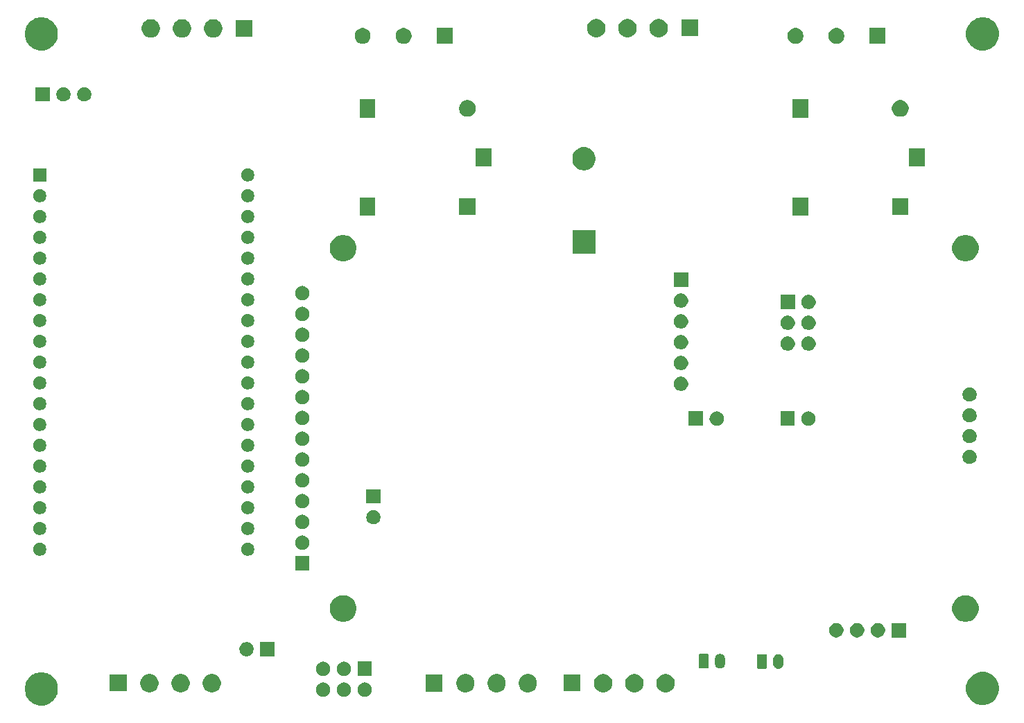
<source format=gbr>
G04 #@! TF.GenerationSoftware,KiCad,Pcbnew,(5.1.5)-3*
G04 #@! TF.CreationDate,2021-03-11T15:52:45+00:00*
G04 #@! TF.ProjectId,ControllerCircuit,436f6e74-726f-46c6-9c65-724369726375,rev?*
G04 #@! TF.SameCoordinates,Original*
G04 #@! TF.FileFunction,Soldermask,Bot*
G04 #@! TF.FilePolarity,Negative*
%FSLAX46Y46*%
G04 Gerber Fmt 4.6, Leading zero omitted, Abs format (unit mm)*
G04 Created by KiCad (PCBNEW (5.1.5)-3) date 2021-03-11 15:52:45*
%MOMM*%
%LPD*%
G04 APERTURE LIST*
%ADD10C,0.100000*%
G04 APERTURE END LIST*
D10*
G36*
X93039212Y-132257627D02*
G01*
X93039214Y-132257628D01*
X93039215Y-132257628D01*
X93146887Y-132302228D01*
X93406829Y-132409899D01*
X93517220Y-132483660D01*
X93737674Y-132630962D01*
X94019038Y-132912326D01*
X94059672Y-132973140D01*
X94240101Y-133243171D01*
X94392373Y-133610788D01*
X94470000Y-134001047D01*
X94470000Y-134398953D01*
X94402319Y-134739212D01*
X94392372Y-134789215D01*
X94347773Y-134896887D01*
X94240101Y-135156829D01*
X94019037Y-135487675D01*
X93737675Y-135769037D01*
X93406829Y-135990101D01*
X93159925Y-136092372D01*
X93039215Y-136142372D01*
X93039214Y-136142372D01*
X93039212Y-136142373D01*
X92648953Y-136220000D01*
X92251047Y-136220000D01*
X91860788Y-136142373D01*
X91860786Y-136142372D01*
X91860785Y-136142372D01*
X91740075Y-136092372D01*
X91493171Y-135990101D01*
X91162325Y-135769037D01*
X90880963Y-135487675D01*
X90659899Y-135156829D01*
X90552227Y-134896887D01*
X90507628Y-134789215D01*
X90497682Y-134739212D01*
X90430000Y-134398953D01*
X90430000Y-134001047D01*
X90507627Y-133610788D01*
X90659899Y-133243171D01*
X90840328Y-132973140D01*
X90880962Y-132912326D01*
X91162326Y-132630962D01*
X91382780Y-132483660D01*
X91493171Y-132409899D01*
X91753113Y-132302228D01*
X91860785Y-132257628D01*
X91860786Y-132257628D01*
X91860788Y-132257627D01*
X92251047Y-132180000D01*
X92648953Y-132180000D01*
X93039212Y-132257627D01*
G37*
G36*
X207989212Y-132207627D02*
G01*
X207989214Y-132207628D01*
X207989215Y-132207628D01*
X208096887Y-132252228D01*
X208356829Y-132359899D01*
X208456805Y-132426701D01*
X208687674Y-132580962D01*
X208969038Y-132862326D01*
X209033059Y-132958141D01*
X209190101Y-133193171D01*
X209271502Y-133389690D01*
X209325071Y-133519016D01*
X209342373Y-133560788D01*
X209420000Y-133951047D01*
X209420000Y-134348953D01*
X209342373Y-134739212D01*
X209190101Y-135106829D01*
X208969037Y-135437675D01*
X208687675Y-135719037D01*
X208356829Y-135940101D01*
X208236118Y-135990101D01*
X207989215Y-136092372D01*
X207989214Y-136092372D01*
X207989212Y-136092373D01*
X207598953Y-136170000D01*
X207201047Y-136170000D01*
X206810788Y-136092373D01*
X206810786Y-136092372D01*
X206810785Y-136092372D01*
X206563882Y-135990101D01*
X206443171Y-135940101D01*
X206112325Y-135719037D01*
X205830963Y-135437675D01*
X205609899Y-135106829D01*
X205457627Y-134739212D01*
X205380000Y-134348953D01*
X205380000Y-133951047D01*
X205457627Y-133560788D01*
X205474930Y-133519016D01*
X205528498Y-133389690D01*
X205609899Y-133193171D01*
X205766941Y-132958141D01*
X205830962Y-132862326D01*
X206112326Y-132580962D01*
X206343195Y-132426701D01*
X206443171Y-132359899D01*
X206703113Y-132252228D01*
X206810785Y-132207628D01*
X206810786Y-132207628D01*
X206810788Y-132207627D01*
X207201047Y-132130000D01*
X207598953Y-132130000D01*
X207989212Y-132207627D01*
G37*
G36*
X129562921Y-133433373D02*
G01*
X129663770Y-133453433D01*
X129822100Y-133519016D01*
X129964593Y-133614227D01*
X130085773Y-133735407D01*
X130180984Y-133877900D01*
X130246567Y-134036230D01*
X130266627Y-134137079D01*
X130280000Y-134204310D01*
X130280000Y-134375690D01*
X130266627Y-134442921D01*
X130246567Y-134543770D01*
X130180984Y-134702100D01*
X130085773Y-134844593D01*
X129964593Y-134965773D01*
X129822100Y-135060984D01*
X129663770Y-135126567D01*
X129562921Y-135146627D01*
X129495690Y-135160000D01*
X129324310Y-135160000D01*
X129257079Y-135146627D01*
X129156230Y-135126567D01*
X128997900Y-135060984D01*
X128855407Y-134965773D01*
X128734227Y-134844593D01*
X128639016Y-134702100D01*
X128573433Y-134543770D01*
X128553373Y-134442921D01*
X128540000Y-134375690D01*
X128540000Y-134204310D01*
X128553373Y-134137079D01*
X128573433Y-134036230D01*
X128639016Y-133877900D01*
X128734227Y-133735407D01*
X128855407Y-133614227D01*
X128997900Y-133519016D01*
X129156230Y-133453433D01*
X129257079Y-133433373D01*
X129324310Y-133420000D01*
X129495690Y-133420000D01*
X129562921Y-133433373D01*
G37*
G36*
X127022921Y-133433373D02*
G01*
X127123770Y-133453433D01*
X127282100Y-133519016D01*
X127424593Y-133614227D01*
X127545773Y-133735407D01*
X127640984Y-133877900D01*
X127706567Y-134036230D01*
X127726627Y-134137079D01*
X127740000Y-134204310D01*
X127740000Y-134375690D01*
X127726627Y-134442921D01*
X127706567Y-134543770D01*
X127640984Y-134702100D01*
X127545773Y-134844593D01*
X127424593Y-134965773D01*
X127282100Y-135060984D01*
X127123770Y-135126567D01*
X127022921Y-135146627D01*
X126955690Y-135160000D01*
X126784310Y-135160000D01*
X126717079Y-135146627D01*
X126616230Y-135126567D01*
X126457900Y-135060984D01*
X126315407Y-134965773D01*
X126194227Y-134844593D01*
X126099016Y-134702100D01*
X126033433Y-134543770D01*
X126013373Y-134442921D01*
X126000000Y-134375690D01*
X126000000Y-134204310D01*
X126013373Y-134137079D01*
X126033433Y-134036230D01*
X126099016Y-133877900D01*
X126194227Y-133735407D01*
X126315407Y-133614227D01*
X126457900Y-133519016D01*
X126616230Y-133453433D01*
X126717079Y-133433373D01*
X126784310Y-133420000D01*
X126955690Y-133420000D01*
X127022921Y-133433373D01*
G37*
G36*
X132102921Y-133433373D02*
G01*
X132203770Y-133453433D01*
X132362100Y-133519016D01*
X132504593Y-133614227D01*
X132625773Y-133735407D01*
X132720984Y-133877900D01*
X132786567Y-134036230D01*
X132806627Y-134137079D01*
X132820000Y-134204310D01*
X132820000Y-134375690D01*
X132806627Y-134442921D01*
X132786567Y-134543770D01*
X132720984Y-134702100D01*
X132625773Y-134844593D01*
X132504593Y-134965773D01*
X132362100Y-135060984D01*
X132203770Y-135126567D01*
X132102921Y-135146627D01*
X132035690Y-135160000D01*
X131864310Y-135160000D01*
X131797079Y-135146627D01*
X131696230Y-135126567D01*
X131537900Y-135060984D01*
X131395407Y-134965773D01*
X131274227Y-134844593D01*
X131179016Y-134702100D01*
X131113433Y-134543770D01*
X131093373Y-134442921D01*
X131080000Y-134375690D01*
X131080000Y-134204310D01*
X131093373Y-134137079D01*
X131113433Y-134036230D01*
X131179016Y-133877900D01*
X131274227Y-133735407D01*
X131395407Y-133614227D01*
X131537900Y-133519016D01*
X131696230Y-133453433D01*
X131797079Y-133433373D01*
X131864310Y-133420000D01*
X132035690Y-133420000D01*
X132102921Y-133433373D01*
G37*
G36*
X152182378Y-132426701D02*
G01*
X152182380Y-132426702D01*
X152182381Y-132426702D01*
X152242080Y-132451430D01*
X152386205Y-132511129D01*
X152386206Y-132511130D01*
X152565550Y-132630963D01*
X152569644Y-132633699D01*
X152725647Y-132789702D01*
X152848217Y-132973141D01*
X152932645Y-133176968D01*
X152975686Y-133393350D01*
X152975686Y-133613970D01*
X152932645Y-133830352D01*
X152848217Y-134034179D01*
X152786932Y-134125898D01*
X152728094Y-134213957D01*
X152725647Y-134217618D01*
X152569644Y-134373621D01*
X152386205Y-134496191D01*
X152271339Y-134543770D01*
X152182381Y-134580618D01*
X152182380Y-134580618D01*
X152182378Y-134580619D01*
X151965996Y-134623660D01*
X151745376Y-134623660D01*
X151528994Y-134580619D01*
X151528992Y-134580618D01*
X151528991Y-134580618D01*
X151440033Y-134543770D01*
X151325167Y-134496191D01*
X151141728Y-134373621D01*
X150985725Y-134217618D01*
X150983279Y-134213957D01*
X150924440Y-134125898D01*
X150863155Y-134034179D01*
X150778727Y-133830352D01*
X150735686Y-133613970D01*
X150735686Y-133393350D01*
X150778727Y-133176968D01*
X150863155Y-132973141D01*
X150985725Y-132789702D01*
X151141728Y-132633699D01*
X151145823Y-132630963D01*
X151325166Y-132511130D01*
X151325167Y-132511129D01*
X151469292Y-132451430D01*
X151528991Y-132426702D01*
X151528992Y-132426702D01*
X151528994Y-132426701D01*
X151745376Y-132383660D01*
X151965996Y-132383660D01*
X152182378Y-132426701D01*
G37*
G36*
X144562378Y-132426701D02*
G01*
X144562380Y-132426702D01*
X144562381Y-132426702D01*
X144622080Y-132451430D01*
X144766205Y-132511129D01*
X144766206Y-132511130D01*
X144945550Y-132630963D01*
X144949644Y-132633699D01*
X145105647Y-132789702D01*
X145228217Y-132973141D01*
X145312645Y-133176968D01*
X145355686Y-133393350D01*
X145355686Y-133613970D01*
X145312645Y-133830352D01*
X145228217Y-134034179D01*
X145166932Y-134125898D01*
X145108094Y-134213957D01*
X145105647Y-134217618D01*
X144949644Y-134373621D01*
X144766205Y-134496191D01*
X144651339Y-134543770D01*
X144562381Y-134580618D01*
X144562380Y-134580618D01*
X144562378Y-134580619D01*
X144345996Y-134623660D01*
X144125376Y-134623660D01*
X143908994Y-134580619D01*
X143908992Y-134580618D01*
X143908991Y-134580618D01*
X143820033Y-134543770D01*
X143705167Y-134496191D01*
X143521728Y-134373621D01*
X143365725Y-134217618D01*
X143363279Y-134213957D01*
X143304440Y-134125898D01*
X143243155Y-134034179D01*
X143158727Y-133830352D01*
X143115686Y-133613970D01*
X143115686Y-133393350D01*
X143158727Y-133176968D01*
X143243155Y-132973141D01*
X143365725Y-132789702D01*
X143521728Y-132633699D01*
X143525823Y-132630963D01*
X143705166Y-132511130D01*
X143705167Y-132511129D01*
X143849292Y-132451430D01*
X143908991Y-132426702D01*
X143908992Y-132426702D01*
X143908994Y-132426701D01*
X144125376Y-132383660D01*
X144345996Y-132383660D01*
X144562378Y-132426701D01*
G37*
G36*
X148372378Y-132426701D02*
G01*
X148372380Y-132426702D01*
X148372381Y-132426702D01*
X148432080Y-132451430D01*
X148576205Y-132511129D01*
X148576206Y-132511130D01*
X148755550Y-132630963D01*
X148759644Y-132633699D01*
X148915647Y-132789702D01*
X149038217Y-132973141D01*
X149122645Y-133176968D01*
X149165686Y-133393350D01*
X149165686Y-133613970D01*
X149122645Y-133830352D01*
X149038217Y-134034179D01*
X148976932Y-134125898D01*
X148918094Y-134213957D01*
X148915647Y-134217618D01*
X148759644Y-134373621D01*
X148576205Y-134496191D01*
X148461339Y-134543770D01*
X148372381Y-134580618D01*
X148372380Y-134580618D01*
X148372378Y-134580619D01*
X148155996Y-134623660D01*
X147935376Y-134623660D01*
X147718994Y-134580619D01*
X147718992Y-134580618D01*
X147718991Y-134580618D01*
X147630033Y-134543770D01*
X147515167Y-134496191D01*
X147331728Y-134373621D01*
X147175725Y-134217618D01*
X147173279Y-134213957D01*
X147114440Y-134125898D01*
X147053155Y-134034179D01*
X146968727Y-133830352D01*
X146925686Y-133613970D01*
X146925686Y-133393350D01*
X146968727Y-133176968D01*
X147053155Y-132973141D01*
X147175725Y-132789702D01*
X147331728Y-132633699D01*
X147335823Y-132630963D01*
X147515166Y-132511130D01*
X147515167Y-132511129D01*
X147659292Y-132451430D01*
X147718991Y-132426702D01*
X147718992Y-132426702D01*
X147718994Y-132426701D01*
X147935376Y-132383660D01*
X148155996Y-132383660D01*
X148372378Y-132426701D01*
G37*
G36*
X109786692Y-132423041D02*
G01*
X109786694Y-132423042D01*
X109786695Y-132423042D01*
X109846394Y-132447770D01*
X109990519Y-132507469D01*
X110082238Y-132568754D01*
X110173957Y-132630038D01*
X110329962Y-132786043D01*
X110380932Y-132862325D01*
X110452531Y-132969481D01*
X110536959Y-133173308D01*
X110580000Y-133389690D01*
X110580000Y-133610310D01*
X110536959Y-133826692D01*
X110452531Y-134030519D01*
X110448715Y-134036230D01*
X110329962Y-134213957D01*
X110173957Y-134369962D01*
X110082239Y-134431246D01*
X109990519Y-134492531D01*
X109866824Y-134543767D01*
X109786695Y-134576958D01*
X109786694Y-134576958D01*
X109786692Y-134576959D01*
X109570310Y-134620000D01*
X109349690Y-134620000D01*
X109133308Y-134576959D01*
X109133306Y-134576958D01*
X109133305Y-134576958D01*
X109053176Y-134543767D01*
X108929481Y-134492531D01*
X108837761Y-134431246D01*
X108746043Y-134369962D01*
X108590038Y-134213957D01*
X108471285Y-134036230D01*
X108467469Y-134030519D01*
X108383041Y-133826692D01*
X108340000Y-133610310D01*
X108340000Y-133389690D01*
X108383041Y-133173308D01*
X108467469Y-132969481D01*
X108539068Y-132862325D01*
X108590038Y-132786043D01*
X108746043Y-132630038D01*
X108837761Y-132568754D01*
X108929481Y-132507469D01*
X109073606Y-132447770D01*
X109133305Y-132423042D01*
X109133306Y-132423042D01*
X109133308Y-132423041D01*
X109349690Y-132380000D01*
X109570310Y-132380000D01*
X109786692Y-132423041D01*
G37*
G36*
X113596692Y-132423041D02*
G01*
X113596694Y-132423042D01*
X113596695Y-132423042D01*
X113656394Y-132447770D01*
X113800519Y-132507469D01*
X113892238Y-132568754D01*
X113983957Y-132630038D01*
X114139962Y-132786043D01*
X114190932Y-132862325D01*
X114262531Y-132969481D01*
X114346959Y-133173308D01*
X114390000Y-133389690D01*
X114390000Y-133610310D01*
X114346959Y-133826692D01*
X114262531Y-134030519D01*
X114258715Y-134036230D01*
X114139962Y-134213957D01*
X113983957Y-134369962D01*
X113892239Y-134431246D01*
X113800519Y-134492531D01*
X113676824Y-134543767D01*
X113596695Y-134576958D01*
X113596694Y-134576958D01*
X113596692Y-134576959D01*
X113380310Y-134620000D01*
X113159690Y-134620000D01*
X112943308Y-134576959D01*
X112943306Y-134576958D01*
X112943305Y-134576958D01*
X112863176Y-134543767D01*
X112739481Y-134492531D01*
X112647761Y-134431246D01*
X112556043Y-134369962D01*
X112400038Y-134213957D01*
X112281285Y-134036230D01*
X112277469Y-134030519D01*
X112193041Y-133826692D01*
X112150000Y-133610310D01*
X112150000Y-133389690D01*
X112193041Y-133173308D01*
X112277469Y-132969481D01*
X112349068Y-132862325D01*
X112400038Y-132786043D01*
X112556043Y-132630038D01*
X112647761Y-132568754D01*
X112739481Y-132507469D01*
X112883606Y-132447770D01*
X112943305Y-132423042D01*
X112943306Y-132423042D01*
X112943308Y-132423041D01*
X113159690Y-132380000D01*
X113380310Y-132380000D01*
X113596692Y-132423041D01*
G37*
G36*
X105976692Y-132423041D02*
G01*
X105976694Y-132423042D01*
X105976695Y-132423042D01*
X106036394Y-132447770D01*
X106180519Y-132507469D01*
X106272238Y-132568754D01*
X106363957Y-132630038D01*
X106519962Y-132786043D01*
X106570932Y-132862325D01*
X106642531Y-132969481D01*
X106726959Y-133173308D01*
X106770000Y-133389690D01*
X106770000Y-133610310D01*
X106726959Y-133826692D01*
X106642531Y-134030519D01*
X106638715Y-134036230D01*
X106519962Y-134213957D01*
X106363957Y-134369962D01*
X106272239Y-134431246D01*
X106180519Y-134492531D01*
X106056824Y-134543767D01*
X105976695Y-134576958D01*
X105976694Y-134576958D01*
X105976692Y-134576959D01*
X105760310Y-134620000D01*
X105539690Y-134620000D01*
X105323308Y-134576959D01*
X105323306Y-134576958D01*
X105323305Y-134576958D01*
X105243176Y-134543767D01*
X105119481Y-134492531D01*
X105027761Y-134431246D01*
X104936043Y-134369962D01*
X104780038Y-134213957D01*
X104661285Y-134036230D01*
X104657469Y-134030519D01*
X104573041Y-133826692D01*
X104530000Y-133610310D01*
X104530000Y-133389690D01*
X104573041Y-133173308D01*
X104657469Y-132969481D01*
X104729068Y-132862325D01*
X104780038Y-132786043D01*
X104936043Y-132630038D01*
X105027761Y-132568754D01*
X105119481Y-132507469D01*
X105263606Y-132447770D01*
X105323305Y-132423042D01*
X105323306Y-132423042D01*
X105323308Y-132423041D01*
X105539690Y-132380000D01*
X105760310Y-132380000D01*
X105976692Y-132423041D01*
G37*
G36*
X169005712Y-132411701D02*
G01*
X169005714Y-132411702D01*
X169005715Y-132411702D01*
X169039685Y-132425773D01*
X169209539Y-132496129D01*
X169246737Y-132520984D01*
X169392977Y-132618698D01*
X169548982Y-132774703D01*
X169607529Y-132862325D01*
X169671551Y-132958141D01*
X169755979Y-133161968D01*
X169799020Y-133378350D01*
X169799020Y-133598970D01*
X169755979Y-133815352D01*
X169671551Y-134019179D01*
X169660158Y-134036230D01*
X169548982Y-134202617D01*
X169392977Y-134358622D01*
X169332620Y-134398951D01*
X169209539Y-134481191D01*
X169065414Y-134540889D01*
X169005715Y-134565618D01*
X169005714Y-134565618D01*
X169005712Y-134565619D01*
X168789330Y-134608660D01*
X168568710Y-134608660D01*
X168352328Y-134565619D01*
X168352326Y-134565618D01*
X168352325Y-134565618D01*
X168292626Y-134540889D01*
X168148501Y-134481191D01*
X168025420Y-134398951D01*
X167965063Y-134358622D01*
X167809058Y-134202617D01*
X167697882Y-134036230D01*
X167686489Y-134019179D01*
X167602061Y-133815352D01*
X167559020Y-133598970D01*
X167559020Y-133378350D01*
X167602061Y-133161968D01*
X167686489Y-132958141D01*
X167750511Y-132862325D01*
X167809058Y-132774703D01*
X167965063Y-132618698D01*
X168111303Y-132520984D01*
X168148501Y-132496129D01*
X168318355Y-132425773D01*
X168352325Y-132411702D01*
X168352326Y-132411702D01*
X168352328Y-132411701D01*
X168568710Y-132368660D01*
X168789330Y-132368660D01*
X169005712Y-132411701D01*
G37*
G36*
X165195712Y-132411701D02*
G01*
X165195714Y-132411702D01*
X165195715Y-132411702D01*
X165229685Y-132425773D01*
X165399539Y-132496129D01*
X165436737Y-132520984D01*
X165582977Y-132618698D01*
X165738982Y-132774703D01*
X165797529Y-132862325D01*
X165861551Y-132958141D01*
X165945979Y-133161968D01*
X165989020Y-133378350D01*
X165989020Y-133598970D01*
X165945979Y-133815352D01*
X165861551Y-134019179D01*
X165850158Y-134036230D01*
X165738982Y-134202617D01*
X165582977Y-134358622D01*
X165522620Y-134398951D01*
X165399539Y-134481191D01*
X165255414Y-134540889D01*
X165195715Y-134565618D01*
X165195714Y-134565618D01*
X165195712Y-134565619D01*
X164979330Y-134608660D01*
X164758710Y-134608660D01*
X164542328Y-134565619D01*
X164542326Y-134565618D01*
X164542325Y-134565618D01*
X164482626Y-134540889D01*
X164338501Y-134481191D01*
X164215420Y-134398951D01*
X164155063Y-134358622D01*
X163999058Y-134202617D01*
X163887882Y-134036230D01*
X163876489Y-134019179D01*
X163792061Y-133815352D01*
X163749020Y-133598970D01*
X163749020Y-133378350D01*
X163792061Y-133161968D01*
X163876489Y-132958141D01*
X163940511Y-132862325D01*
X163999058Y-132774703D01*
X164155063Y-132618698D01*
X164301303Y-132520984D01*
X164338501Y-132496129D01*
X164508355Y-132425773D01*
X164542325Y-132411702D01*
X164542326Y-132411702D01*
X164542328Y-132411701D01*
X164758710Y-132368660D01*
X164979330Y-132368660D01*
X165195712Y-132411701D01*
G37*
G36*
X161385712Y-132411701D02*
G01*
X161385714Y-132411702D01*
X161385715Y-132411702D01*
X161419685Y-132425773D01*
X161589539Y-132496129D01*
X161626737Y-132520984D01*
X161772977Y-132618698D01*
X161928982Y-132774703D01*
X161987529Y-132862325D01*
X162051551Y-132958141D01*
X162135979Y-133161968D01*
X162179020Y-133378350D01*
X162179020Y-133598970D01*
X162135979Y-133815352D01*
X162051551Y-134019179D01*
X162040158Y-134036230D01*
X161928982Y-134202617D01*
X161772977Y-134358622D01*
X161712620Y-134398951D01*
X161589539Y-134481191D01*
X161445414Y-134540889D01*
X161385715Y-134565618D01*
X161385714Y-134565618D01*
X161385712Y-134565619D01*
X161169330Y-134608660D01*
X160948710Y-134608660D01*
X160732328Y-134565619D01*
X160732326Y-134565618D01*
X160732325Y-134565618D01*
X160672626Y-134540889D01*
X160528501Y-134481191D01*
X160405420Y-134398951D01*
X160345063Y-134358622D01*
X160189058Y-134202617D01*
X160077882Y-134036230D01*
X160066489Y-134019179D01*
X159982061Y-133815352D01*
X159939020Y-133598970D01*
X159939020Y-133378350D01*
X159982061Y-133161968D01*
X160066489Y-132958141D01*
X160130511Y-132862325D01*
X160189058Y-132774703D01*
X160345063Y-132618698D01*
X160491303Y-132520984D01*
X160528501Y-132496129D01*
X160698355Y-132425773D01*
X160732325Y-132411702D01*
X160732326Y-132411702D01*
X160732328Y-132411701D01*
X160948710Y-132368660D01*
X161169330Y-132368660D01*
X161385712Y-132411701D01*
G37*
G36*
X141445686Y-134523660D02*
G01*
X139405686Y-134523660D01*
X139405686Y-132483660D01*
X141445686Y-132483660D01*
X141445686Y-134523660D01*
G37*
G36*
X102860000Y-134520000D02*
G01*
X100820000Y-134520000D01*
X100820000Y-132480000D01*
X102860000Y-132480000D01*
X102860000Y-134520000D01*
G37*
G36*
X158269020Y-134508660D02*
G01*
X156229020Y-134508660D01*
X156229020Y-132468660D01*
X158269020Y-132468660D01*
X158269020Y-134508660D01*
G37*
G36*
X132820000Y-132620000D02*
G01*
X131080000Y-132620000D01*
X131080000Y-130880000D01*
X132820000Y-130880000D01*
X132820000Y-132620000D01*
G37*
G36*
X129562921Y-130893373D02*
G01*
X129663770Y-130913433D01*
X129822100Y-130979016D01*
X129964593Y-131074227D01*
X130085773Y-131195407D01*
X130180984Y-131337900D01*
X130246567Y-131496230D01*
X130254304Y-131535127D01*
X130278237Y-131655445D01*
X130280000Y-131664312D01*
X130280000Y-131835688D01*
X130246567Y-132003770D01*
X130180984Y-132162100D01*
X130085773Y-132304593D01*
X129964593Y-132425773D01*
X129822100Y-132520984D01*
X129663770Y-132586567D01*
X129562921Y-132606627D01*
X129495690Y-132620000D01*
X129324310Y-132620000D01*
X129257079Y-132606627D01*
X129156230Y-132586567D01*
X128997900Y-132520984D01*
X128855407Y-132425773D01*
X128734227Y-132304593D01*
X128639016Y-132162100D01*
X128573433Y-132003770D01*
X128540000Y-131835688D01*
X128540000Y-131664312D01*
X128541764Y-131655445D01*
X128565696Y-131535127D01*
X128573433Y-131496230D01*
X128639016Y-131337900D01*
X128734227Y-131195407D01*
X128855407Y-131074227D01*
X128997900Y-130979016D01*
X129156230Y-130913433D01*
X129257079Y-130893373D01*
X129324310Y-130880000D01*
X129495690Y-130880000D01*
X129562921Y-130893373D01*
G37*
G36*
X127022921Y-130893373D02*
G01*
X127123770Y-130913433D01*
X127282100Y-130979016D01*
X127424593Y-131074227D01*
X127545773Y-131195407D01*
X127640984Y-131337900D01*
X127706567Y-131496230D01*
X127714304Y-131535127D01*
X127738237Y-131655445D01*
X127740000Y-131664312D01*
X127740000Y-131835688D01*
X127706567Y-132003770D01*
X127640984Y-132162100D01*
X127545773Y-132304593D01*
X127424593Y-132425773D01*
X127282100Y-132520984D01*
X127123770Y-132586567D01*
X127022921Y-132606627D01*
X126955690Y-132620000D01*
X126784310Y-132620000D01*
X126717079Y-132606627D01*
X126616230Y-132586567D01*
X126457900Y-132520984D01*
X126315407Y-132425773D01*
X126194227Y-132304593D01*
X126099016Y-132162100D01*
X126033433Y-132003770D01*
X126000000Y-131835688D01*
X126000000Y-131664312D01*
X126001764Y-131655445D01*
X126025696Y-131535127D01*
X126033433Y-131496230D01*
X126099016Y-131337900D01*
X126194227Y-131195407D01*
X126315407Y-131074227D01*
X126457900Y-130979016D01*
X126616230Y-130913433D01*
X126717079Y-130893373D01*
X126784310Y-130880000D01*
X126955690Y-130880000D01*
X127022921Y-130893373D01*
G37*
G36*
X182577798Y-129963571D02*
G01*
X182694672Y-129999024D01*
X182802378Y-130056594D01*
X182802380Y-130056595D01*
X182802379Y-130056595D01*
X182896787Y-130134073D01*
X182974265Y-130228480D01*
X182974266Y-130228482D01*
X183031836Y-130336187D01*
X183067289Y-130453061D01*
X183076260Y-130544146D01*
X183076260Y-131155054D01*
X183067289Y-131246139D01*
X183031836Y-131363013D01*
X182974266Y-131470719D01*
X182896787Y-131565127D01*
X182802379Y-131642606D01*
X182694673Y-131700176D01*
X182577799Y-131735629D01*
X182456260Y-131747600D01*
X182334722Y-131735629D01*
X182217848Y-131700176D01*
X182110142Y-131642606D01*
X182015734Y-131565127D01*
X182007527Y-131555127D01*
X181938256Y-131470720D01*
X181880684Y-131363011D01*
X181880683Y-131363010D01*
X181845231Y-131246139D01*
X181836260Y-131155054D01*
X181836260Y-130544147D01*
X181845231Y-130453062D01*
X181880684Y-130336188D01*
X181938254Y-130228482D01*
X181994852Y-130159517D01*
X182015733Y-130134073D01*
X182110140Y-130056595D01*
X182159402Y-130030264D01*
X182217847Y-129999024D01*
X182334721Y-129963571D01*
X182456260Y-129951600D01*
X182577798Y-129963571D01*
G37*
G36*
X180915185Y-129958918D02*
G01*
X180952614Y-129970272D01*
X180987105Y-129988707D01*
X181017339Y-130013521D01*
X181042153Y-130043755D01*
X181060588Y-130078246D01*
X181071942Y-130115675D01*
X181076260Y-130159517D01*
X181076260Y-131539683D01*
X181071942Y-131583525D01*
X181060588Y-131620954D01*
X181042153Y-131655445D01*
X181017339Y-131685679D01*
X180987105Y-131710493D01*
X180952614Y-131728928D01*
X180915185Y-131740282D01*
X180871343Y-131744600D01*
X180041177Y-131744600D01*
X179997335Y-131740282D01*
X179959906Y-131728928D01*
X179925415Y-131710493D01*
X179895181Y-131685679D01*
X179870367Y-131655445D01*
X179851932Y-131620954D01*
X179840578Y-131583525D01*
X179836260Y-131539683D01*
X179836260Y-130159517D01*
X179840578Y-130115675D01*
X179851932Y-130078246D01*
X179870367Y-130043755D01*
X179895181Y-130013521D01*
X179925415Y-129988707D01*
X179959906Y-129970272D01*
X179997335Y-129958918D01*
X180041177Y-129954600D01*
X180871343Y-129954600D01*
X180915185Y-129958918D01*
G37*
G36*
X175452258Y-129933571D02*
G01*
X175569132Y-129969024D01*
X175676838Y-130026594D01*
X175676840Y-130026595D01*
X175676839Y-130026595D01*
X175771247Y-130104073D01*
X175848725Y-130198480D01*
X175848726Y-130198482D01*
X175906296Y-130306187D01*
X175941749Y-130423061D01*
X175950720Y-130514146D01*
X175950720Y-131125054D01*
X175941749Y-131216139D01*
X175906296Y-131333013D01*
X175848726Y-131440719D01*
X175771247Y-131535127D01*
X175676839Y-131612606D01*
X175569133Y-131670176D01*
X175452259Y-131705629D01*
X175330720Y-131717600D01*
X175209182Y-131705629D01*
X175092308Y-131670176D01*
X174984602Y-131612606D01*
X174890194Y-131535127D01*
X174866837Y-131506666D01*
X174812716Y-131440720D01*
X174771179Y-131363010D01*
X174755143Y-131333010D01*
X174719691Y-131216139D01*
X174710720Y-131125054D01*
X174710720Y-130514147D01*
X174719691Y-130423062D01*
X174755144Y-130306188D01*
X174812714Y-130198482D01*
X174844692Y-130159517D01*
X174890193Y-130104073D01*
X174984600Y-130026595D01*
X175033862Y-130000264D01*
X175092307Y-129969024D01*
X175209181Y-129933571D01*
X175330720Y-129921600D01*
X175452258Y-129933571D01*
G37*
G36*
X173789645Y-129928918D02*
G01*
X173827074Y-129940272D01*
X173861565Y-129958707D01*
X173891799Y-129983521D01*
X173916613Y-130013755D01*
X173935048Y-130048246D01*
X173946402Y-130085675D01*
X173950720Y-130129517D01*
X173950720Y-131509683D01*
X173946402Y-131553525D01*
X173935048Y-131590954D01*
X173916613Y-131625445D01*
X173891799Y-131655679D01*
X173861565Y-131680493D01*
X173827074Y-131698928D01*
X173789645Y-131710282D01*
X173745803Y-131714600D01*
X172915637Y-131714600D01*
X172871795Y-131710282D01*
X172834366Y-131698928D01*
X172799875Y-131680493D01*
X172769641Y-131655679D01*
X172744827Y-131625445D01*
X172726392Y-131590954D01*
X172715038Y-131553525D01*
X172710720Y-131509683D01*
X172710720Y-130129517D01*
X172715038Y-130085675D01*
X172726392Y-130048246D01*
X172744827Y-130013755D01*
X172769641Y-129983521D01*
X172799875Y-129958707D01*
X172834366Y-129940272D01*
X172871795Y-129928918D01*
X172915637Y-129924600D01*
X173745803Y-129924600D01*
X173789645Y-129928918D01*
G37*
G36*
X117662921Y-128493373D02*
G01*
X117763770Y-128513433D01*
X117922100Y-128579016D01*
X118064593Y-128674227D01*
X118185773Y-128795407D01*
X118280984Y-128937900D01*
X118346567Y-129096230D01*
X118380000Y-129264312D01*
X118380000Y-129435688D01*
X118346567Y-129603770D01*
X118280984Y-129762100D01*
X118185773Y-129904593D01*
X118064593Y-130025773D01*
X117922100Y-130120984D01*
X117763770Y-130186567D01*
X117662921Y-130206627D01*
X117595690Y-130220000D01*
X117424310Y-130220000D01*
X117357079Y-130206627D01*
X117256230Y-130186567D01*
X117097900Y-130120984D01*
X116955407Y-130025773D01*
X116834227Y-129904593D01*
X116739016Y-129762100D01*
X116673433Y-129603770D01*
X116640000Y-129435688D01*
X116640000Y-129264312D01*
X116673433Y-129096230D01*
X116739016Y-128937900D01*
X116834227Y-128795407D01*
X116955407Y-128674227D01*
X117097900Y-128579016D01*
X117256230Y-128513433D01*
X117357079Y-128493373D01*
X117424310Y-128480000D01*
X117595690Y-128480000D01*
X117662921Y-128493373D01*
G37*
G36*
X120920000Y-130220000D02*
G01*
X119180000Y-130220000D01*
X119180000Y-128480000D01*
X120920000Y-128480000D01*
X120920000Y-130220000D01*
G37*
G36*
X198020000Y-127920000D02*
G01*
X196280000Y-127920000D01*
X196280000Y-126180000D01*
X198020000Y-126180000D01*
X198020000Y-127920000D01*
G37*
G36*
X194762921Y-126193373D02*
G01*
X194863770Y-126213433D01*
X195022100Y-126279016D01*
X195164593Y-126374227D01*
X195285773Y-126495407D01*
X195380984Y-126637900D01*
X195446567Y-126796230D01*
X195480000Y-126964312D01*
X195480000Y-127135688D01*
X195446567Y-127303770D01*
X195380984Y-127462100D01*
X195285773Y-127604593D01*
X195164593Y-127725773D01*
X195022100Y-127820984D01*
X194863770Y-127886567D01*
X194762921Y-127906627D01*
X194695690Y-127920000D01*
X194524310Y-127920000D01*
X194457079Y-127906627D01*
X194356230Y-127886567D01*
X194197900Y-127820984D01*
X194055407Y-127725773D01*
X193934227Y-127604593D01*
X193839016Y-127462100D01*
X193773433Y-127303770D01*
X193740000Y-127135688D01*
X193740000Y-126964312D01*
X193773433Y-126796230D01*
X193839016Y-126637900D01*
X193934227Y-126495407D01*
X194055407Y-126374227D01*
X194197900Y-126279016D01*
X194356230Y-126213433D01*
X194457079Y-126193373D01*
X194524310Y-126180000D01*
X194695690Y-126180000D01*
X194762921Y-126193373D01*
G37*
G36*
X192222921Y-126193373D02*
G01*
X192323770Y-126213433D01*
X192482100Y-126279016D01*
X192624593Y-126374227D01*
X192745773Y-126495407D01*
X192840984Y-126637900D01*
X192906567Y-126796230D01*
X192940000Y-126964312D01*
X192940000Y-127135688D01*
X192906567Y-127303770D01*
X192840984Y-127462100D01*
X192745773Y-127604593D01*
X192624593Y-127725773D01*
X192482100Y-127820984D01*
X192323770Y-127886567D01*
X192222921Y-127906627D01*
X192155690Y-127920000D01*
X191984310Y-127920000D01*
X191917079Y-127906627D01*
X191816230Y-127886567D01*
X191657900Y-127820984D01*
X191515407Y-127725773D01*
X191394227Y-127604593D01*
X191299016Y-127462100D01*
X191233433Y-127303770D01*
X191200000Y-127135688D01*
X191200000Y-126964312D01*
X191233433Y-126796230D01*
X191299016Y-126637900D01*
X191394227Y-126495407D01*
X191515407Y-126374227D01*
X191657900Y-126279016D01*
X191816230Y-126213433D01*
X191917079Y-126193373D01*
X191984310Y-126180000D01*
X192155690Y-126180000D01*
X192222921Y-126193373D01*
G37*
G36*
X189682921Y-126193373D02*
G01*
X189783770Y-126213433D01*
X189942100Y-126279016D01*
X190084593Y-126374227D01*
X190205773Y-126495407D01*
X190300984Y-126637900D01*
X190366567Y-126796230D01*
X190400000Y-126964312D01*
X190400000Y-127135688D01*
X190366567Y-127303770D01*
X190300984Y-127462100D01*
X190205773Y-127604593D01*
X190084593Y-127725773D01*
X189942100Y-127820984D01*
X189783770Y-127886567D01*
X189682921Y-127906627D01*
X189615690Y-127920000D01*
X189444310Y-127920000D01*
X189377079Y-127906627D01*
X189276230Y-127886567D01*
X189117900Y-127820984D01*
X188975407Y-127725773D01*
X188854227Y-127604593D01*
X188759016Y-127462100D01*
X188693433Y-127303770D01*
X188660000Y-127135688D01*
X188660000Y-126964312D01*
X188693433Y-126796230D01*
X188759016Y-126637900D01*
X188854227Y-126495407D01*
X188975407Y-126374227D01*
X189117900Y-126279016D01*
X189276230Y-126213433D01*
X189377079Y-126193373D01*
X189444310Y-126180000D01*
X189615690Y-126180000D01*
X189682921Y-126193373D01*
G37*
G36*
X205772536Y-122817256D02*
G01*
X205772538Y-122817257D01*
X205772539Y-122817257D01*
X205881444Y-122862367D01*
X206067358Y-122939375D01*
X206332689Y-123116664D01*
X206558336Y-123342311D01*
X206735625Y-123607642D01*
X206857744Y-123902464D01*
X206920000Y-124215444D01*
X206920000Y-124534556D01*
X206857744Y-124847536D01*
X206735625Y-125142358D01*
X206558336Y-125407689D01*
X206332689Y-125633336D01*
X206067358Y-125810625D01*
X205881444Y-125887633D01*
X205772539Y-125932743D01*
X205772538Y-125932743D01*
X205772536Y-125932744D01*
X205459556Y-125995000D01*
X205140444Y-125995000D01*
X204827464Y-125932744D01*
X204827462Y-125932743D01*
X204827461Y-125932743D01*
X204718556Y-125887633D01*
X204532642Y-125810625D01*
X204267311Y-125633336D01*
X204041664Y-125407689D01*
X203864375Y-125142358D01*
X203742256Y-124847536D01*
X203680000Y-124534556D01*
X203680000Y-124215444D01*
X203742256Y-123902464D01*
X203864375Y-123607642D01*
X204041664Y-123342311D01*
X204267311Y-123116664D01*
X204532642Y-122939375D01*
X204718556Y-122862367D01*
X204827461Y-122817257D01*
X204827462Y-122817257D01*
X204827464Y-122817256D01*
X205140444Y-122755000D01*
X205459556Y-122755000D01*
X205772536Y-122817256D01*
G37*
G36*
X129772536Y-122817256D02*
G01*
X129772538Y-122817257D01*
X129772539Y-122817257D01*
X129881444Y-122862367D01*
X130067358Y-122939375D01*
X130332689Y-123116664D01*
X130558336Y-123342311D01*
X130735625Y-123607642D01*
X130857744Y-123902464D01*
X130920000Y-124215444D01*
X130920000Y-124534556D01*
X130857744Y-124847536D01*
X130735625Y-125142358D01*
X130558336Y-125407689D01*
X130332689Y-125633336D01*
X130067358Y-125810625D01*
X129881444Y-125887633D01*
X129772539Y-125932743D01*
X129772538Y-125932743D01*
X129772536Y-125932744D01*
X129459556Y-125995000D01*
X129140444Y-125995000D01*
X128827464Y-125932744D01*
X128827462Y-125932743D01*
X128827461Y-125932743D01*
X128718556Y-125887633D01*
X128532642Y-125810625D01*
X128267311Y-125633336D01*
X128041664Y-125407689D01*
X127864375Y-125142358D01*
X127742256Y-124847536D01*
X127680000Y-124534556D01*
X127680000Y-124215444D01*
X127742256Y-123902464D01*
X127864375Y-123607642D01*
X128041664Y-123342311D01*
X128267311Y-123116664D01*
X128532642Y-122939375D01*
X128718556Y-122862367D01*
X128827461Y-122817257D01*
X128827462Y-122817257D01*
X128827464Y-122817256D01*
X129140444Y-122755000D01*
X129459556Y-122755000D01*
X129772536Y-122817256D01*
G37*
G36*
X125170000Y-119745000D02*
G01*
X123430000Y-119745000D01*
X123430000Y-118005000D01*
X125170000Y-118005000D01*
X125170000Y-119745000D01*
G37*
G36*
X92489745Y-116380743D02*
G01*
X92489747Y-116380744D01*
X92489748Y-116380744D01*
X92635336Y-116441049D01*
X92766365Y-116528600D01*
X92877794Y-116640029D01*
X92965345Y-116771058D01*
X93025650Y-116916646D01*
X93056394Y-117071209D01*
X93056394Y-117228791D01*
X93025650Y-117383354D01*
X92965345Y-117528942D01*
X92877794Y-117659971D01*
X92766365Y-117771400D01*
X92635336Y-117858951D01*
X92489748Y-117919256D01*
X92489747Y-117919256D01*
X92489745Y-117919257D01*
X92335187Y-117950000D01*
X92177601Y-117950000D01*
X92023043Y-117919257D01*
X92023041Y-117919256D01*
X92023040Y-117919256D01*
X91877452Y-117858951D01*
X91746423Y-117771400D01*
X91634994Y-117659971D01*
X91547443Y-117528942D01*
X91487138Y-117383354D01*
X91456394Y-117228791D01*
X91456394Y-117071209D01*
X91487138Y-116916646D01*
X91547443Y-116771058D01*
X91634994Y-116640029D01*
X91746423Y-116528600D01*
X91877452Y-116441049D01*
X92023040Y-116380744D01*
X92023041Y-116380744D01*
X92023043Y-116380743D01*
X92177601Y-116350000D01*
X92335187Y-116350000D01*
X92489745Y-116380743D01*
G37*
G36*
X117889745Y-116380743D02*
G01*
X117889747Y-116380744D01*
X117889748Y-116380744D01*
X118035336Y-116441049D01*
X118166365Y-116528600D01*
X118277794Y-116640029D01*
X118365345Y-116771058D01*
X118425650Y-116916646D01*
X118456394Y-117071209D01*
X118456394Y-117228791D01*
X118425650Y-117383354D01*
X118365345Y-117528942D01*
X118277794Y-117659971D01*
X118166365Y-117771400D01*
X118035336Y-117858951D01*
X117889748Y-117919256D01*
X117889747Y-117919256D01*
X117889745Y-117919257D01*
X117735187Y-117950000D01*
X117577601Y-117950000D01*
X117423043Y-117919257D01*
X117423041Y-117919256D01*
X117423040Y-117919256D01*
X117277452Y-117858951D01*
X117146423Y-117771400D01*
X117034994Y-117659971D01*
X116947443Y-117528942D01*
X116887138Y-117383354D01*
X116856394Y-117228791D01*
X116856394Y-117071209D01*
X116887138Y-116916646D01*
X116947443Y-116771058D01*
X117034994Y-116640029D01*
X117146423Y-116528600D01*
X117277452Y-116441049D01*
X117423040Y-116380744D01*
X117423041Y-116380744D01*
X117423043Y-116380743D01*
X117577601Y-116350000D01*
X117735187Y-116350000D01*
X117889745Y-116380743D01*
G37*
G36*
X124452921Y-115478373D02*
G01*
X124553770Y-115498433D01*
X124712100Y-115564016D01*
X124854593Y-115659227D01*
X124975773Y-115780407D01*
X125070984Y-115922900D01*
X125136567Y-116081230D01*
X125170000Y-116249312D01*
X125170000Y-116420688D01*
X125136567Y-116588770D01*
X125070984Y-116747100D01*
X124975773Y-116889593D01*
X124854593Y-117010773D01*
X124712100Y-117105984D01*
X124553770Y-117171567D01*
X124452921Y-117191627D01*
X124385690Y-117205000D01*
X124214310Y-117205000D01*
X124147079Y-117191627D01*
X124046230Y-117171567D01*
X123887900Y-117105984D01*
X123745407Y-117010773D01*
X123624227Y-116889593D01*
X123529016Y-116747100D01*
X123463433Y-116588770D01*
X123430000Y-116420688D01*
X123430000Y-116249312D01*
X123463433Y-116081230D01*
X123529016Y-115922900D01*
X123624227Y-115780407D01*
X123745407Y-115659227D01*
X123887900Y-115564016D01*
X124046230Y-115498433D01*
X124147079Y-115478373D01*
X124214310Y-115465000D01*
X124385690Y-115465000D01*
X124452921Y-115478373D01*
G37*
G36*
X92489745Y-113840743D02*
G01*
X92489747Y-113840744D01*
X92489748Y-113840744D01*
X92586185Y-113880690D01*
X92635336Y-113901049D01*
X92766364Y-113988599D01*
X92877795Y-114100030D01*
X92949336Y-114207099D01*
X92965345Y-114231058D01*
X93025650Y-114376646D01*
X93056394Y-114531209D01*
X93056394Y-114688791D01*
X93025650Y-114843354D01*
X92965345Y-114988942D01*
X92877794Y-115119971D01*
X92766365Y-115231400D01*
X92635336Y-115318951D01*
X92489748Y-115379256D01*
X92489747Y-115379256D01*
X92489745Y-115379257D01*
X92335187Y-115410000D01*
X92177601Y-115410000D01*
X92023043Y-115379257D01*
X92023041Y-115379256D01*
X92023040Y-115379256D01*
X91877452Y-115318951D01*
X91746423Y-115231400D01*
X91634994Y-115119971D01*
X91547443Y-114988942D01*
X91487138Y-114843354D01*
X91456394Y-114688791D01*
X91456394Y-114531209D01*
X91487138Y-114376646D01*
X91547443Y-114231058D01*
X91563452Y-114207099D01*
X91634993Y-114100030D01*
X91746424Y-113988599D01*
X91877452Y-113901049D01*
X91926603Y-113880690D01*
X92023040Y-113840744D01*
X92023041Y-113840744D01*
X92023043Y-113840743D01*
X92177601Y-113810000D01*
X92335187Y-113810000D01*
X92489745Y-113840743D01*
G37*
G36*
X117889745Y-113840743D02*
G01*
X117889747Y-113840744D01*
X117889748Y-113840744D01*
X117986185Y-113880690D01*
X118035336Y-113901049D01*
X118166364Y-113988599D01*
X118277795Y-114100030D01*
X118349336Y-114207099D01*
X118365345Y-114231058D01*
X118425650Y-114376646D01*
X118456394Y-114531209D01*
X118456394Y-114688791D01*
X118425650Y-114843354D01*
X118365345Y-114988942D01*
X118277794Y-115119971D01*
X118166365Y-115231400D01*
X118035336Y-115318951D01*
X117889748Y-115379256D01*
X117889747Y-115379256D01*
X117889745Y-115379257D01*
X117735187Y-115410000D01*
X117577601Y-115410000D01*
X117423043Y-115379257D01*
X117423041Y-115379256D01*
X117423040Y-115379256D01*
X117277452Y-115318951D01*
X117146423Y-115231400D01*
X117034994Y-115119971D01*
X116947443Y-114988942D01*
X116887138Y-114843354D01*
X116856394Y-114688791D01*
X116856394Y-114531209D01*
X116887138Y-114376646D01*
X116947443Y-114231058D01*
X116963452Y-114207099D01*
X117034993Y-114100030D01*
X117146424Y-113988599D01*
X117277452Y-113901049D01*
X117326603Y-113880690D01*
X117423040Y-113840744D01*
X117423041Y-113840744D01*
X117423043Y-113840743D01*
X117577601Y-113810000D01*
X117735187Y-113810000D01*
X117889745Y-113840743D01*
G37*
G36*
X124452921Y-112938373D02*
G01*
X124553770Y-112958433D01*
X124712100Y-113024016D01*
X124854593Y-113119227D01*
X124975773Y-113240407D01*
X125070984Y-113382900D01*
X125136567Y-113541230D01*
X125156627Y-113642079D01*
X125170000Y-113709310D01*
X125170000Y-113880690D01*
X125163021Y-113915773D01*
X125136567Y-114048770D01*
X125070984Y-114207100D01*
X124975773Y-114349593D01*
X124854593Y-114470773D01*
X124712100Y-114565984D01*
X124553770Y-114631567D01*
X124452921Y-114651627D01*
X124385690Y-114665000D01*
X124214310Y-114665000D01*
X124147079Y-114651627D01*
X124046230Y-114631567D01*
X123887900Y-114565984D01*
X123745407Y-114470773D01*
X123624227Y-114349593D01*
X123529016Y-114207100D01*
X123463433Y-114048770D01*
X123436979Y-113915773D01*
X123430000Y-113880690D01*
X123430000Y-113709310D01*
X123443373Y-113642079D01*
X123463433Y-113541230D01*
X123529016Y-113382900D01*
X123624227Y-113240407D01*
X123745407Y-113119227D01*
X123887900Y-113024016D01*
X124046230Y-112958433D01*
X124147079Y-112938373D01*
X124214310Y-112925000D01*
X124385690Y-112925000D01*
X124452921Y-112938373D01*
G37*
G36*
X133152921Y-112383373D02*
G01*
X133253770Y-112403433D01*
X133412100Y-112469016D01*
X133554593Y-112564227D01*
X133675773Y-112685407D01*
X133770984Y-112827900D01*
X133836567Y-112986230D01*
X133844083Y-113024016D01*
X133863022Y-113119228D01*
X133870000Y-113154312D01*
X133870000Y-113325688D01*
X133836567Y-113493770D01*
X133770984Y-113652100D01*
X133675773Y-113794593D01*
X133554593Y-113915773D01*
X133412100Y-114010984D01*
X133253770Y-114076567D01*
X133152921Y-114096627D01*
X133085690Y-114110000D01*
X132914310Y-114110000D01*
X132847079Y-114096627D01*
X132746230Y-114076567D01*
X132587900Y-114010984D01*
X132445407Y-113915773D01*
X132324227Y-113794593D01*
X132229016Y-113652100D01*
X132163433Y-113493770D01*
X132130000Y-113325688D01*
X132130000Y-113154312D01*
X132136979Y-113119228D01*
X132155917Y-113024016D01*
X132163433Y-112986230D01*
X132229016Y-112827900D01*
X132324227Y-112685407D01*
X132445407Y-112564227D01*
X132587900Y-112469016D01*
X132746230Y-112403433D01*
X132847079Y-112383373D01*
X132914310Y-112370000D01*
X133085690Y-112370000D01*
X133152921Y-112383373D01*
G37*
G36*
X92489745Y-111300743D02*
G01*
X92489747Y-111300744D01*
X92489748Y-111300744D01*
X92586185Y-111340690D01*
X92635336Y-111361049D01*
X92766364Y-111448599D01*
X92877795Y-111560030D01*
X92949336Y-111667099D01*
X92965345Y-111691058D01*
X93025650Y-111836646D01*
X93056394Y-111991209D01*
X93056394Y-112148791D01*
X93025650Y-112303354D01*
X92965345Y-112448942D01*
X92877794Y-112579971D01*
X92766365Y-112691400D01*
X92635336Y-112778951D01*
X92489748Y-112839256D01*
X92489747Y-112839256D01*
X92489745Y-112839257D01*
X92335187Y-112870000D01*
X92177601Y-112870000D01*
X92023043Y-112839257D01*
X92023041Y-112839256D01*
X92023040Y-112839256D01*
X91877452Y-112778951D01*
X91746423Y-112691400D01*
X91634994Y-112579971D01*
X91547443Y-112448942D01*
X91487138Y-112303354D01*
X91456394Y-112148791D01*
X91456394Y-111991209D01*
X91487138Y-111836646D01*
X91547443Y-111691058D01*
X91563452Y-111667099D01*
X91634993Y-111560030D01*
X91746424Y-111448599D01*
X91877452Y-111361049D01*
X91926603Y-111340690D01*
X92023040Y-111300744D01*
X92023041Y-111300744D01*
X92023043Y-111300743D01*
X92177601Y-111270000D01*
X92335187Y-111270000D01*
X92489745Y-111300743D01*
G37*
G36*
X117889745Y-111300743D02*
G01*
X117889747Y-111300744D01*
X117889748Y-111300744D01*
X117986185Y-111340690D01*
X118035336Y-111361049D01*
X118166364Y-111448599D01*
X118277795Y-111560030D01*
X118349336Y-111667099D01*
X118365345Y-111691058D01*
X118425650Y-111836646D01*
X118456394Y-111991209D01*
X118456394Y-112148791D01*
X118425650Y-112303354D01*
X118365345Y-112448942D01*
X118277794Y-112579971D01*
X118166365Y-112691400D01*
X118035336Y-112778951D01*
X117889748Y-112839256D01*
X117889747Y-112839256D01*
X117889745Y-112839257D01*
X117735187Y-112870000D01*
X117577601Y-112870000D01*
X117423043Y-112839257D01*
X117423041Y-112839256D01*
X117423040Y-112839256D01*
X117277452Y-112778951D01*
X117146423Y-112691400D01*
X117034994Y-112579971D01*
X116947443Y-112448942D01*
X116887138Y-112303354D01*
X116856394Y-112148791D01*
X116856394Y-111991209D01*
X116887138Y-111836646D01*
X116947443Y-111691058D01*
X116963452Y-111667099D01*
X117034993Y-111560030D01*
X117146424Y-111448599D01*
X117277452Y-111361049D01*
X117326603Y-111340690D01*
X117423040Y-111300744D01*
X117423041Y-111300744D01*
X117423043Y-111300743D01*
X117577601Y-111270000D01*
X117735187Y-111270000D01*
X117889745Y-111300743D01*
G37*
G36*
X124452921Y-110398373D02*
G01*
X124553770Y-110418433D01*
X124712100Y-110484016D01*
X124854593Y-110579227D01*
X124975773Y-110700407D01*
X125070984Y-110842900D01*
X125136567Y-111001230D01*
X125170000Y-111169312D01*
X125170000Y-111340688D01*
X125136567Y-111508770D01*
X125070984Y-111667100D01*
X124975773Y-111809593D01*
X124854593Y-111930773D01*
X124712100Y-112025984D01*
X124553770Y-112091567D01*
X124452921Y-112111627D01*
X124385690Y-112125000D01*
X124214310Y-112125000D01*
X124147079Y-112111627D01*
X124046230Y-112091567D01*
X123887900Y-112025984D01*
X123745407Y-111930773D01*
X123624227Y-111809593D01*
X123529016Y-111667100D01*
X123463433Y-111508770D01*
X123430000Y-111340688D01*
X123430000Y-111169312D01*
X123463433Y-111001230D01*
X123529016Y-110842900D01*
X123624227Y-110700407D01*
X123745407Y-110579227D01*
X123887900Y-110484016D01*
X124046230Y-110418433D01*
X124147079Y-110398373D01*
X124214310Y-110385000D01*
X124385690Y-110385000D01*
X124452921Y-110398373D01*
G37*
G36*
X133870000Y-111570000D02*
G01*
X132130000Y-111570000D01*
X132130000Y-109830000D01*
X133870000Y-109830000D01*
X133870000Y-111570000D01*
G37*
G36*
X92489745Y-108760743D02*
G01*
X92489747Y-108760744D01*
X92489748Y-108760744D01*
X92635336Y-108821049D01*
X92766365Y-108908600D01*
X92877794Y-109020029D01*
X92965345Y-109151058D01*
X93025650Y-109296646D01*
X93056394Y-109451209D01*
X93056394Y-109608791D01*
X93025650Y-109763354D01*
X92965345Y-109908942D01*
X92877794Y-110039971D01*
X92766365Y-110151400D01*
X92635336Y-110238951D01*
X92489748Y-110299256D01*
X92489747Y-110299256D01*
X92489745Y-110299257D01*
X92335187Y-110330000D01*
X92177601Y-110330000D01*
X92023043Y-110299257D01*
X92023041Y-110299256D01*
X92023040Y-110299256D01*
X91877452Y-110238951D01*
X91746423Y-110151400D01*
X91634994Y-110039971D01*
X91547443Y-109908942D01*
X91487138Y-109763354D01*
X91456394Y-109608791D01*
X91456394Y-109451209D01*
X91487138Y-109296646D01*
X91547443Y-109151058D01*
X91634994Y-109020029D01*
X91746423Y-108908600D01*
X91877452Y-108821049D01*
X92023040Y-108760744D01*
X92023041Y-108760744D01*
X92023043Y-108760743D01*
X92177601Y-108730000D01*
X92335187Y-108730000D01*
X92489745Y-108760743D01*
G37*
G36*
X117889745Y-108760743D02*
G01*
X117889747Y-108760744D01*
X117889748Y-108760744D01*
X118035336Y-108821049D01*
X118166365Y-108908600D01*
X118277794Y-109020029D01*
X118365345Y-109151058D01*
X118425650Y-109296646D01*
X118456394Y-109451209D01*
X118456394Y-109608791D01*
X118425650Y-109763354D01*
X118365345Y-109908942D01*
X118277794Y-110039971D01*
X118166365Y-110151400D01*
X118035336Y-110238951D01*
X117889748Y-110299256D01*
X117889747Y-110299256D01*
X117889745Y-110299257D01*
X117735187Y-110330000D01*
X117577601Y-110330000D01*
X117423043Y-110299257D01*
X117423041Y-110299256D01*
X117423040Y-110299256D01*
X117277452Y-110238951D01*
X117146423Y-110151400D01*
X117034994Y-110039971D01*
X116947443Y-109908942D01*
X116887138Y-109763354D01*
X116856394Y-109608791D01*
X116856394Y-109451209D01*
X116887138Y-109296646D01*
X116947443Y-109151058D01*
X117034994Y-109020029D01*
X117146423Y-108908600D01*
X117277452Y-108821049D01*
X117423040Y-108760744D01*
X117423041Y-108760744D01*
X117423043Y-108760743D01*
X117577601Y-108730000D01*
X117735187Y-108730000D01*
X117889745Y-108760743D01*
G37*
G36*
X124452921Y-107858373D02*
G01*
X124553770Y-107878433D01*
X124712100Y-107944016D01*
X124854593Y-108039227D01*
X124975773Y-108160407D01*
X125070984Y-108302900D01*
X125136567Y-108461230D01*
X125170000Y-108629312D01*
X125170000Y-108800688D01*
X125136567Y-108968770D01*
X125070984Y-109127100D01*
X124975773Y-109269593D01*
X124854593Y-109390773D01*
X124712100Y-109485984D01*
X124553770Y-109551567D01*
X124452921Y-109571627D01*
X124385690Y-109585000D01*
X124214310Y-109585000D01*
X124147079Y-109571627D01*
X124046230Y-109551567D01*
X123887900Y-109485984D01*
X123745407Y-109390773D01*
X123624227Y-109269593D01*
X123529016Y-109127100D01*
X123463433Y-108968770D01*
X123430000Y-108800688D01*
X123430000Y-108629312D01*
X123463433Y-108461230D01*
X123529016Y-108302900D01*
X123624227Y-108160407D01*
X123745407Y-108039227D01*
X123887900Y-107944016D01*
X124046230Y-107878433D01*
X124147079Y-107858373D01*
X124214310Y-107845000D01*
X124385690Y-107845000D01*
X124452921Y-107858373D01*
G37*
G36*
X117889745Y-106220743D02*
G01*
X117889747Y-106220744D01*
X117889748Y-106220744D01*
X118035336Y-106281049D01*
X118166365Y-106368600D01*
X118277794Y-106480029D01*
X118365345Y-106611058D01*
X118425650Y-106756646D01*
X118456394Y-106911209D01*
X118456394Y-107068791D01*
X118425650Y-107223354D01*
X118365345Y-107368942D01*
X118277794Y-107499971D01*
X118166365Y-107611400D01*
X118035336Y-107698951D01*
X117889748Y-107759256D01*
X117889747Y-107759256D01*
X117889745Y-107759257D01*
X117735187Y-107790000D01*
X117577601Y-107790000D01*
X117423043Y-107759257D01*
X117423041Y-107759256D01*
X117423040Y-107759256D01*
X117277452Y-107698951D01*
X117146423Y-107611400D01*
X117034994Y-107499971D01*
X116947443Y-107368942D01*
X116887138Y-107223354D01*
X116856394Y-107068791D01*
X116856394Y-106911209D01*
X116887138Y-106756646D01*
X116947443Y-106611058D01*
X117034994Y-106480029D01*
X117146423Y-106368600D01*
X117277452Y-106281049D01*
X117423040Y-106220744D01*
X117423041Y-106220744D01*
X117423043Y-106220743D01*
X117577601Y-106190000D01*
X117735187Y-106190000D01*
X117889745Y-106220743D01*
G37*
G36*
X92489745Y-106220743D02*
G01*
X92489747Y-106220744D01*
X92489748Y-106220744D01*
X92635336Y-106281049D01*
X92766365Y-106368600D01*
X92877794Y-106480029D01*
X92965345Y-106611058D01*
X93025650Y-106756646D01*
X93056394Y-106911209D01*
X93056394Y-107068791D01*
X93025650Y-107223354D01*
X92965345Y-107368942D01*
X92877794Y-107499971D01*
X92766365Y-107611400D01*
X92635336Y-107698951D01*
X92489748Y-107759256D01*
X92489747Y-107759256D01*
X92489745Y-107759257D01*
X92335187Y-107790000D01*
X92177601Y-107790000D01*
X92023043Y-107759257D01*
X92023041Y-107759256D01*
X92023040Y-107759256D01*
X91877452Y-107698951D01*
X91746423Y-107611400D01*
X91634994Y-107499971D01*
X91547443Y-107368942D01*
X91487138Y-107223354D01*
X91456394Y-107068791D01*
X91456394Y-106911209D01*
X91487138Y-106756646D01*
X91547443Y-106611058D01*
X91634994Y-106480029D01*
X91746423Y-106368600D01*
X91877452Y-106281049D01*
X92023040Y-106220744D01*
X92023041Y-106220744D01*
X92023043Y-106220743D01*
X92177601Y-106190000D01*
X92335187Y-106190000D01*
X92489745Y-106220743D01*
G37*
G36*
X124452921Y-105318373D02*
G01*
X124553770Y-105338433D01*
X124712100Y-105404016D01*
X124854593Y-105499227D01*
X124975773Y-105620407D01*
X125070984Y-105762900D01*
X125136567Y-105921230D01*
X125144416Y-105960690D01*
X125170000Y-106089310D01*
X125170000Y-106260690D01*
X125156627Y-106327921D01*
X125136567Y-106428770D01*
X125070984Y-106587100D01*
X124975773Y-106729593D01*
X124854593Y-106850773D01*
X124712100Y-106945984D01*
X124553770Y-107011567D01*
X124452921Y-107031627D01*
X124385690Y-107045000D01*
X124214310Y-107045000D01*
X124147079Y-107031627D01*
X124046230Y-107011567D01*
X123887900Y-106945984D01*
X123745407Y-106850773D01*
X123624227Y-106729593D01*
X123529016Y-106587100D01*
X123463433Y-106428770D01*
X123443373Y-106327921D01*
X123430000Y-106260690D01*
X123430000Y-106089310D01*
X123455584Y-105960690D01*
X123463433Y-105921230D01*
X123529016Y-105762900D01*
X123624227Y-105620407D01*
X123745407Y-105499227D01*
X123887900Y-105404016D01*
X124046230Y-105338433D01*
X124147079Y-105318373D01*
X124214310Y-105305000D01*
X124385690Y-105305000D01*
X124452921Y-105318373D01*
G37*
G36*
X205952921Y-105018373D02*
G01*
X206053770Y-105038433D01*
X206212100Y-105104016D01*
X206354593Y-105199227D01*
X206475773Y-105320407D01*
X206570984Y-105462900D01*
X206636567Y-105621230D01*
X206656627Y-105722079D01*
X206664747Y-105762900D01*
X206670000Y-105789312D01*
X206670000Y-105960688D01*
X206636567Y-106128770D01*
X206570984Y-106287100D01*
X206475773Y-106429593D01*
X206354593Y-106550773D01*
X206212100Y-106645984D01*
X206053770Y-106711567D01*
X205952921Y-106731627D01*
X205885690Y-106745000D01*
X205714310Y-106745000D01*
X205647079Y-106731627D01*
X205546230Y-106711567D01*
X205387900Y-106645984D01*
X205245407Y-106550773D01*
X205124227Y-106429593D01*
X205029016Y-106287100D01*
X204963433Y-106128770D01*
X204930000Y-105960688D01*
X204930000Y-105789312D01*
X204935254Y-105762900D01*
X204943373Y-105722079D01*
X204963433Y-105621230D01*
X205029016Y-105462900D01*
X205124227Y-105320407D01*
X205245407Y-105199227D01*
X205387900Y-105104016D01*
X205546230Y-105038433D01*
X205647079Y-105018373D01*
X205714310Y-105005000D01*
X205885690Y-105005000D01*
X205952921Y-105018373D01*
G37*
G36*
X117889745Y-103680743D02*
G01*
X117889747Y-103680744D01*
X117889748Y-103680744D01*
X118035336Y-103741049D01*
X118166365Y-103828600D01*
X118277794Y-103940029D01*
X118365345Y-104071058D01*
X118425650Y-104216646D01*
X118456394Y-104371209D01*
X118456394Y-104528791D01*
X118425650Y-104683354D01*
X118365345Y-104828942D01*
X118277794Y-104959971D01*
X118166365Y-105071400D01*
X118035336Y-105158951D01*
X117889748Y-105219256D01*
X117889747Y-105219256D01*
X117889745Y-105219257D01*
X117735187Y-105250000D01*
X117577601Y-105250000D01*
X117423043Y-105219257D01*
X117423041Y-105219256D01*
X117423040Y-105219256D01*
X117277452Y-105158951D01*
X117146423Y-105071400D01*
X117034994Y-104959971D01*
X116947443Y-104828942D01*
X116887138Y-104683354D01*
X116856394Y-104528791D01*
X116856394Y-104371209D01*
X116887138Y-104216646D01*
X116947443Y-104071058D01*
X117034994Y-103940029D01*
X117146423Y-103828600D01*
X117277452Y-103741049D01*
X117423040Y-103680744D01*
X117423041Y-103680744D01*
X117423043Y-103680743D01*
X117577601Y-103650000D01*
X117735187Y-103650000D01*
X117889745Y-103680743D01*
G37*
G36*
X92489745Y-103680743D02*
G01*
X92489747Y-103680744D01*
X92489748Y-103680744D01*
X92635336Y-103741049D01*
X92766365Y-103828600D01*
X92877794Y-103940029D01*
X92965345Y-104071058D01*
X93025650Y-104216646D01*
X93056394Y-104371209D01*
X93056394Y-104528791D01*
X93025650Y-104683354D01*
X92965345Y-104828942D01*
X92877794Y-104959971D01*
X92766365Y-105071400D01*
X92635336Y-105158951D01*
X92489748Y-105219256D01*
X92489747Y-105219256D01*
X92489745Y-105219257D01*
X92335187Y-105250000D01*
X92177601Y-105250000D01*
X92023043Y-105219257D01*
X92023041Y-105219256D01*
X92023040Y-105219256D01*
X91877452Y-105158951D01*
X91746423Y-105071400D01*
X91634994Y-104959971D01*
X91547443Y-104828942D01*
X91487138Y-104683354D01*
X91456394Y-104528791D01*
X91456394Y-104371209D01*
X91487138Y-104216646D01*
X91547443Y-104071058D01*
X91634994Y-103940029D01*
X91746423Y-103828600D01*
X91877452Y-103741049D01*
X92023040Y-103680744D01*
X92023041Y-103680744D01*
X92023043Y-103680743D01*
X92177601Y-103650000D01*
X92335187Y-103650000D01*
X92489745Y-103680743D01*
G37*
G36*
X124452921Y-102778373D02*
G01*
X124553770Y-102798433D01*
X124712100Y-102864016D01*
X124854593Y-102959227D01*
X124975773Y-103080407D01*
X125070984Y-103222900D01*
X125136567Y-103381230D01*
X125144416Y-103420690D01*
X125170000Y-103549310D01*
X125170000Y-103720690D01*
X125156627Y-103787921D01*
X125136567Y-103888770D01*
X125070984Y-104047100D01*
X124975773Y-104189593D01*
X124854593Y-104310773D01*
X124712100Y-104405984D01*
X124553770Y-104471567D01*
X124452921Y-104491627D01*
X124385690Y-104505000D01*
X124214310Y-104505000D01*
X124147079Y-104491627D01*
X124046230Y-104471567D01*
X123887900Y-104405984D01*
X123745407Y-104310773D01*
X123624227Y-104189593D01*
X123529016Y-104047100D01*
X123463433Y-103888770D01*
X123443373Y-103787921D01*
X123430000Y-103720690D01*
X123430000Y-103549310D01*
X123455584Y-103420690D01*
X123463433Y-103381230D01*
X123529016Y-103222900D01*
X123624227Y-103080407D01*
X123745407Y-102959227D01*
X123887900Y-102864016D01*
X124046230Y-102798433D01*
X124147079Y-102778373D01*
X124214310Y-102765000D01*
X124385690Y-102765000D01*
X124452921Y-102778373D01*
G37*
G36*
X205952921Y-102478373D02*
G01*
X206053770Y-102498433D01*
X206212100Y-102564016D01*
X206354593Y-102659227D01*
X206475773Y-102780407D01*
X206570984Y-102922900D01*
X206636567Y-103081230D01*
X206656627Y-103182079D01*
X206664747Y-103222900D01*
X206670000Y-103249312D01*
X206670000Y-103420688D01*
X206636567Y-103588770D01*
X206570984Y-103747100D01*
X206475773Y-103889593D01*
X206354593Y-104010773D01*
X206212100Y-104105984D01*
X206053770Y-104171567D01*
X205952921Y-104191627D01*
X205885690Y-104205000D01*
X205714310Y-104205000D01*
X205647079Y-104191627D01*
X205546230Y-104171567D01*
X205387900Y-104105984D01*
X205245407Y-104010773D01*
X205124227Y-103889593D01*
X205029016Y-103747100D01*
X204963433Y-103588770D01*
X204930000Y-103420688D01*
X204930000Y-103249312D01*
X204935254Y-103222900D01*
X204943373Y-103182079D01*
X204963433Y-103081230D01*
X205029016Y-102922900D01*
X205124227Y-102780407D01*
X205245407Y-102659227D01*
X205387900Y-102564016D01*
X205546230Y-102498433D01*
X205647079Y-102478373D01*
X205714310Y-102465000D01*
X205885690Y-102465000D01*
X205952921Y-102478373D01*
G37*
G36*
X92489745Y-101140743D02*
G01*
X92489747Y-101140744D01*
X92489748Y-101140744D01*
X92586185Y-101180690D01*
X92635336Y-101201049D01*
X92766364Y-101288599D01*
X92877795Y-101400030D01*
X92925063Y-101470772D01*
X92965345Y-101531058D01*
X93006978Y-101631567D01*
X93025651Y-101676649D01*
X93044373Y-101770772D01*
X93056394Y-101831209D01*
X93056394Y-101988791D01*
X93025650Y-102143354D01*
X92965345Y-102288942D01*
X92877794Y-102419971D01*
X92766365Y-102531400D01*
X92635336Y-102618951D01*
X92489748Y-102679256D01*
X92489747Y-102679256D01*
X92489745Y-102679257D01*
X92335187Y-102710000D01*
X92177601Y-102710000D01*
X92023043Y-102679257D01*
X92023041Y-102679256D01*
X92023040Y-102679256D01*
X91877452Y-102618951D01*
X91746423Y-102531400D01*
X91634994Y-102419971D01*
X91547443Y-102288942D01*
X91487138Y-102143354D01*
X91456394Y-101988791D01*
X91456394Y-101831209D01*
X91468415Y-101770772D01*
X91487137Y-101676649D01*
X91505811Y-101631567D01*
X91547443Y-101531058D01*
X91587725Y-101470772D01*
X91634993Y-101400030D01*
X91746424Y-101288599D01*
X91877452Y-101201049D01*
X91926603Y-101180690D01*
X92023040Y-101140744D01*
X92023041Y-101140744D01*
X92023043Y-101140743D01*
X92177601Y-101110000D01*
X92335187Y-101110000D01*
X92489745Y-101140743D01*
G37*
G36*
X117889745Y-101140743D02*
G01*
X117889747Y-101140744D01*
X117889748Y-101140744D01*
X117986185Y-101180690D01*
X118035336Y-101201049D01*
X118166364Y-101288599D01*
X118277795Y-101400030D01*
X118325063Y-101470772D01*
X118365345Y-101531058D01*
X118406978Y-101631567D01*
X118425651Y-101676649D01*
X118444373Y-101770772D01*
X118456394Y-101831209D01*
X118456394Y-101988791D01*
X118425650Y-102143354D01*
X118365345Y-102288942D01*
X118277794Y-102419971D01*
X118166365Y-102531400D01*
X118035336Y-102618951D01*
X117889748Y-102679256D01*
X117889747Y-102679256D01*
X117889745Y-102679257D01*
X117735187Y-102710000D01*
X117577601Y-102710000D01*
X117423043Y-102679257D01*
X117423041Y-102679256D01*
X117423040Y-102679256D01*
X117277452Y-102618951D01*
X117146423Y-102531400D01*
X117034994Y-102419971D01*
X116947443Y-102288942D01*
X116887138Y-102143354D01*
X116856394Y-101988791D01*
X116856394Y-101831209D01*
X116868415Y-101770772D01*
X116887137Y-101676649D01*
X116905811Y-101631567D01*
X116947443Y-101531058D01*
X116987725Y-101470772D01*
X117034993Y-101400030D01*
X117146424Y-101288599D01*
X117277452Y-101201049D01*
X117326603Y-101180690D01*
X117423040Y-101140744D01*
X117423041Y-101140744D01*
X117423043Y-101140743D01*
X117577601Y-101110000D01*
X117735187Y-101110000D01*
X117889745Y-101140743D01*
G37*
G36*
X175049169Y-100324016D02*
G01*
X175173130Y-100348673D01*
X175331460Y-100414256D01*
X175473953Y-100509467D01*
X175595133Y-100630647D01*
X175690344Y-100773140D01*
X175755927Y-100931470D01*
X175771410Y-101009310D01*
X175779259Y-101048767D01*
X175789360Y-101099552D01*
X175789360Y-101270928D01*
X175755927Y-101439010D01*
X175690344Y-101597340D01*
X175595133Y-101739833D01*
X175473953Y-101861013D01*
X175331460Y-101956224D01*
X175173130Y-102021807D01*
X175072281Y-102041867D01*
X175005050Y-102055240D01*
X174833670Y-102055240D01*
X174766439Y-102041867D01*
X174665590Y-102021807D01*
X174507260Y-101956224D01*
X174364767Y-101861013D01*
X174243587Y-101739833D01*
X174148376Y-101597340D01*
X174082793Y-101439010D01*
X174049360Y-101270928D01*
X174049360Y-101099552D01*
X174059462Y-101048767D01*
X174067310Y-101009310D01*
X174082793Y-100931470D01*
X174148376Y-100773140D01*
X174243587Y-100630647D01*
X174364767Y-100509467D01*
X174507260Y-100414256D01*
X174665590Y-100348673D01*
X174789551Y-100324016D01*
X174833670Y-100315240D01*
X175005050Y-100315240D01*
X175049169Y-100324016D01*
G37*
G36*
X173249360Y-102055240D02*
G01*
X171509360Y-102055240D01*
X171509360Y-100315240D01*
X173249360Y-100315240D01*
X173249360Y-102055240D01*
G37*
G36*
X186245489Y-100324016D02*
G01*
X186369450Y-100348673D01*
X186527780Y-100414256D01*
X186670273Y-100509467D01*
X186791453Y-100630647D01*
X186886664Y-100773140D01*
X186952247Y-100931470D01*
X186967730Y-101009310D01*
X186975579Y-101048767D01*
X186985680Y-101099552D01*
X186985680Y-101270928D01*
X186952247Y-101439010D01*
X186886664Y-101597340D01*
X186791453Y-101739833D01*
X186670273Y-101861013D01*
X186527780Y-101956224D01*
X186369450Y-102021807D01*
X186268601Y-102041867D01*
X186201370Y-102055240D01*
X186029990Y-102055240D01*
X185962759Y-102041867D01*
X185861910Y-102021807D01*
X185703580Y-101956224D01*
X185561087Y-101861013D01*
X185439907Y-101739833D01*
X185344696Y-101597340D01*
X185279113Y-101439010D01*
X185245680Y-101270928D01*
X185245680Y-101099552D01*
X185255782Y-101048767D01*
X185263630Y-101009310D01*
X185279113Y-100931470D01*
X185344696Y-100773140D01*
X185439907Y-100630647D01*
X185561087Y-100509467D01*
X185703580Y-100414256D01*
X185861910Y-100348673D01*
X185985871Y-100324016D01*
X186029990Y-100315240D01*
X186201370Y-100315240D01*
X186245489Y-100324016D01*
G37*
G36*
X184445680Y-102055240D02*
G01*
X182705680Y-102055240D01*
X182705680Y-100315240D01*
X184445680Y-100315240D01*
X184445680Y-102055240D01*
G37*
G36*
X124452921Y-100238373D02*
G01*
X124553770Y-100258433D01*
X124712100Y-100324016D01*
X124854593Y-100419227D01*
X124975773Y-100540407D01*
X125070984Y-100682900D01*
X125136567Y-100841230D01*
X125154517Y-100931473D01*
X125170000Y-101009310D01*
X125170000Y-101180690D01*
X125156627Y-101247921D01*
X125136567Y-101348770D01*
X125070984Y-101507100D01*
X124975773Y-101649593D01*
X124854593Y-101770773D01*
X124712100Y-101865984D01*
X124553770Y-101931567D01*
X124452921Y-101951627D01*
X124385690Y-101965000D01*
X124214310Y-101965000D01*
X124147079Y-101951627D01*
X124046230Y-101931567D01*
X123887900Y-101865984D01*
X123745407Y-101770773D01*
X123624227Y-101649593D01*
X123529016Y-101507100D01*
X123463433Y-101348770D01*
X123443373Y-101247921D01*
X123430000Y-101180690D01*
X123430000Y-101009310D01*
X123445483Y-100931473D01*
X123463433Y-100841230D01*
X123529016Y-100682900D01*
X123624227Y-100540407D01*
X123745407Y-100419227D01*
X123887900Y-100324016D01*
X124046230Y-100258433D01*
X124147079Y-100238373D01*
X124214310Y-100225000D01*
X124385690Y-100225000D01*
X124452921Y-100238373D01*
G37*
G36*
X205952921Y-99938373D02*
G01*
X206053770Y-99958433D01*
X206212100Y-100024016D01*
X206354593Y-100119227D01*
X206475773Y-100240407D01*
X206570984Y-100382900D01*
X206636567Y-100541230D01*
X206654353Y-100630647D01*
X206670000Y-100709310D01*
X206670000Y-100880690D01*
X206656627Y-100947921D01*
X206636567Y-101048770D01*
X206570984Y-101207100D01*
X206475773Y-101349593D01*
X206354593Y-101470773D01*
X206212100Y-101565984D01*
X206053770Y-101631567D01*
X205952921Y-101651627D01*
X205885690Y-101665000D01*
X205714310Y-101665000D01*
X205647079Y-101651627D01*
X205546230Y-101631567D01*
X205387900Y-101565984D01*
X205245407Y-101470773D01*
X205124227Y-101349593D01*
X205029016Y-101207100D01*
X204963433Y-101048770D01*
X204943373Y-100947921D01*
X204930000Y-100880690D01*
X204930000Y-100709310D01*
X204945647Y-100630647D01*
X204963433Y-100541230D01*
X205029016Y-100382900D01*
X205124227Y-100240407D01*
X205245407Y-100119227D01*
X205387900Y-100024016D01*
X205546230Y-99958433D01*
X205647079Y-99938373D01*
X205714310Y-99925000D01*
X205885690Y-99925000D01*
X205952921Y-99938373D01*
G37*
G36*
X117889745Y-98600743D02*
G01*
X117889747Y-98600744D01*
X117889748Y-98600744D01*
X118035336Y-98661049D01*
X118166365Y-98748600D01*
X118277794Y-98860029D01*
X118365345Y-98991058D01*
X118425650Y-99136646D01*
X118456394Y-99291209D01*
X118456394Y-99448791D01*
X118425650Y-99603354D01*
X118365345Y-99748942D01*
X118277794Y-99879971D01*
X118166365Y-99991400D01*
X118035336Y-100078951D01*
X117889748Y-100139256D01*
X117889747Y-100139256D01*
X117889745Y-100139257D01*
X117735187Y-100170000D01*
X117577601Y-100170000D01*
X117423043Y-100139257D01*
X117423041Y-100139256D01*
X117423040Y-100139256D01*
X117277452Y-100078951D01*
X117146423Y-99991400D01*
X117034994Y-99879971D01*
X116947443Y-99748942D01*
X116887138Y-99603354D01*
X116856394Y-99448791D01*
X116856394Y-99291209D01*
X116887138Y-99136646D01*
X116947443Y-98991058D01*
X117034994Y-98860029D01*
X117146423Y-98748600D01*
X117277452Y-98661049D01*
X117423040Y-98600744D01*
X117423041Y-98600744D01*
X117423043Y-98600743D01*
X117577601Y-98570000D01*
X117735187Y-98570000D01*
X117889745Y-98600743D01*
G37*
G36*
X92489745Y-98600743D02*
G01*
X92489747Y-98600744D01*
X92489748Y-98600744D01*
X92635336Y-98661049D01*
X92766365Y-98748600D01*
X92877794Y-98860029D01*
X92965345Y-98991058D01*
X93025650Y-99136646D01*
X93056394Y-99291209D01*
X93056394Y-99448791D01*
X93025650Y-99603354D01*
X92965345Y-99748942D01*
X92877794Y-99879971D01*
X92766365Y-99991400D01*
X92635336Y-100078951D01*
X92489748Y-100139256D01*
X92489747Y-100139256D01*
X92489745Y-100139257D01*
X92335187Y-100170000D01*
X92177601Y-100170000D01*
X92023043Y-100139257D01*
X92023041Y-100139256D01*
X92023040Y-100139256D01*
X91877452Y-100078951D01*
X91746423Y-99991400D01*
X91634994Y-99879971D01*
X91547443Y-99748942D01*
X91487138Y-99603354D01*
X91456394Y-99448791D01*
X91456394Y-99291209D01*
X91487138Y-99136646D01*
X91547443Y-98991058D01*
X91634994Y-98860029D01*
X91746423Y-98748600D01*
X91877452Y-98661049D01*
X92023040Y-98600744D01*
X92023041Y-98600744D01*
X92023043Y-98600743D01*
X92177601Y-98570000D01*
X92335187Y-98570000D01*
X92489745Y-98600743D01*
G37*
G36*
X124452921Y-97698373D02*
G01*
X124553770Y-97718433D01*
X124712100Y-97784016D01*
X124854593Y-97879227D01*
X124975773Y-98000407D01*
X125070984Y-98142900D01*
X125136567Y-98301230D01*
X125144416Y-98340690D01*
X125170000Y-98469310D01*
X125170000Y-98640690D01*
X125156627Y-98707921D01*
X125136567Y-98808770D01*
X125070984Y-98967100D01*
X124975773Y-99109593D01*
X124854593Y-99230773D01*
X124712100Y-99325984D01*
X124553770Y-99391567D01*
X124452921Y-99411627D01*
X124385690Y-99425000D01*
X124214310Y-99425000D01*
X124147079Y-99411627D01*
X124046230Y-99391567D01*
X123887900Y-99325984D01*
X123745407Y-99230773D01*
X123624227Y-99109593D01*
X123529016Y-98967100D01*
X123463433Y-98808770D01*
X123443373Y-98707921D01*
X123430000Y-98640690D01*
X123430000Y-98469310D01*
X123455584Y-98340690D01*
X123463433Y-98301230D01*
X123529016Y-98142900D01*
X123624227Y-98000407D01*
X123745407Y-97879227D01*
X123887900Y-97784016D01*
X124046230Y-97718433D01*
X124147079Y-97698373D01*
X124214310Y-97685000D01*
X124385690Y-97685000D01*
X124452921Y-97698373D01*
G37*
G36*
X205952921Y-97398373D02*
G01*
X206053770Y-97418433D01*
X206212100Y-97484016D01*
X206354593Y-97579227D01*
X206475773Y-97700407D01*
X206570984Y-97842900D01*
X206636567Y-98001230D01*
X206656627Y-98102079D01*
X206664747Y-98142900D01*
X206670000Y-98169312D01*
X206670000Y-98340688D01*
X206636567Y-98508770D01*
X206570984Y-98667100D01*
X206475773Y-98809593D01*
X206354593Y-98930773D01*
X206212100Y-99025984D01*
X206053770Y-99091567D01*
X205952921Y-99111627D01*
X205885690Y-99125000D01*
X205714310Y-99125000D01*
X205647079Y-99111627D01*
X205546230Y-99091567D01*
X205387900Y-99025984D01*
X205245407Y-98930773D01*
X205124227Y-98809593D01*
X205029016Y-98667100D01*
X204963433Y-98508770D01*
X204930000Y-98340688D01*
X204930000Y-98169312D01*
X204935254Y-98142900D01*
X204943373Y-98102079D01*
X204963433Y-98001230D01*
X205029016Y-97842900D01*
X205124227Y-97700407D01*
X205245407Y-97579227D01*
X205387900Y-97484016D01*
X205546230Y-97418433D01*
X205647079Y-97398373D01*
X205714310Y-97385000D01*
X205885690Y-97385000D01*
X205952921Y-97398373D01*
G37*
G36*
X170726341Y-96076653D02*
G01*
X170827190Y-96096713D01*
X170985520Y-96162296D01*
X171128013Y-96257507D01*
X171249193Y-96378687D01*
X171344404Y-96521180D01*
X171409987Y-96679510D01*
X171443420Y-96847592D01*
X171443420Y-97018968D01*
X171409987Y-97187050D01*
X171344404Y-97345380D01*
X171249193Y-97487873D01*
X171128013Y-97609053D01*
X170985520Y-97704264D01*
X170827190Y-97769847D01*
X170726341Y-97789907D01*
X170659110Y-97803280D01*
X170487730Y-97803280D01*
X170420499Y-97789907D01*
X170319650Y-97769847D01*
X170161320Y-97704264D01*
X170018827Y-97609053D01*
X169897647Y-97487873D01*
X169802436Y-97345380D01*
X169736853Y-97187050D01*
X169703420Y-97018968D01*
X169703420Y-96847592D01*
X169736853Y-96679510D01*
X169802436Y-96521180D01*
X169897647Y-96378687D01*
X170018827Y-96257507D01*
X170161320Y-96162296D01*
X170319650Y-96096713D01*
X170420499Y-96076653D01*
X170487730Y-96063280D01*
X170659110Y-96063280D01*
X170726341Y-96076653D01*
G37*
G36*
X92489745Y-96060743D02*
G01*
X92489747Y-96060744D01*
X92489748Y-96060744D01*
X92586185Y-96100690D01*
X92635336Y-96121049D01*
X92766364Y-96208599D01*
X92877795Y-96320030D01*
X92965345Y-96451058D01*
X93025651Y-96596649D01*
X93056394Y-96751207D01*
X93056394Y-96908793D01*
X93025651Y-97063351D01*
X92965345Y-97208942D01*
X92877795Y-97339970D01*
X92766364Y-97451401D01*
X92635336Y-97538951D01*
X92489748Y-97599256D01*
X92489747Y-97599256D01*
X92489745Y-97599257D01*
X92335187Y-97630000D01*
X92177601Y-97630000D01*
X92023043Y-97599257D01*
X92023041Y-97599256D01*
X92023040Y-97599256D01*
X91877452Y-97538951D01*
X91746424Y-97451401D01*
X91634993Y-97339970D01*
X91547443Y-97208942D01*
X91487137Y-97063351D01*
X91456394Y-96908793D01*
X91456394Y-96751207D01*
X91487137Y-96596649D01*
X91547443Y-96451058D01*
X91634993Y-96320030D01*
X91746424Y-96208599D01*
X91877452Y-96121049D01*
X91926603Y-96100690D01*
X92023040Y-96060744D01*
X92023041Y-96060744D01*
X92023043Y-96060743D01*
X92177601Y-96030000D01*
X92335187Y-96030000D01*
X92489745Y-96060743D01*
G37*
G36*
X117889745Y-96060743D02*
G01*
X117889747Y-96060744D01*
X117889748Y-96060744D01*
X117986185Y-96100690D01*
X118035336Y-96121049D01*
X118166364Y-96208599D01*
X118277795Y-96320030D01*
X118365345Y-96451058D01*
X118425651Y-96596649D01*
X118456394Y-96751207D01*
X118456394Y-96908793D01*
X118425651Y-97063351D01*
X118365345Y-97208942D01*
X118277795Y-97339970D01*
X118166364Y-97451401D01*
X118035336Y-97538951D01*
X117889748Y-97599256D01*
X117889747Y-97599256D01*
X117889745Y-97599257D01*
X117735187Y-97630000D01*
X117577601Y-97630000D01*
X117423043Y-97599257D01*
X117423041Y-97599256D01*
X117423040Y-97599256D01*
X117277452Y-97538951D01*
X117146424Y-97451401D01*
X117034993Y-97339970D01*
X116947443Y-97208942D01*
X116887137Y-97063351D01*
X116856394Y-96908793D01*
X116856394Y-96751207D01*
X116887137Y-96596649D01*
X116947443Y-96451058D01*
X117034993Y-96320030D01*
X117146424Y-96208599D01*
X117277452Y-96121049D01*
X117326603Y-96100690D01*
X117423040Y-96060744D01*
X117423041Y-96060744D01*
X117423043Y-96060743D01*
X117577601Y-96030000D01*
X117735187Y-96030000D01*
X117889745Y-96060743D01*
G37*
G36*
X124452921Y-95158373D02*
G01*
X124553770Y-95178433D01*
X124712100Y-95244016D01*
X124854593Y-95339227D01*
X124975773Y-95460407D01*
X125070984Y-95602900D01*
X125136567Y-95761230D01*
X125170000Y-95929312D01*
X125170000Y-96100688D01*
X125136567Y-96268770D01*
X125070984Y-96427100D01*
X124975773Y-96569593D01*
X124854593Y-96690773D01*
X124712100Y-96785984D01*
X124553770Y-96851567D01*
X124452921Y-96871627D01*
X124385690Y-96885000D01*
X124214310Y-96885000D01*
X124147079Y-96871627D01*
X124046230Y-96851567D01*
X123887900Y-96785984D01*
X123745407Y-96690773D01*
X123624227Y-96569593D01*
X123529016Y-96427100D01*
X123463433Y-96268770D01*
X123430000Y-96100688D01*
X123430000Y-95929312D01*
X123463433Y-95761230D01*
X123529016Y-95602900D01*
X123624227Y-95460407D01*
X123745407Y-95339227D01*
X123887900Y-95244016D01*
X124046230Y-95178433D01*
X124147079Y-95158373D01*
X124214310Y-95145000D01*
X124385690Y-95145000D01*
X124452921Y-95158373D01*
G37*
G36*
X170726341Y-93536653D02*
G01*
X170827190Y-93556713D01*
X170985520Y-93622296D01*
X171128013Y-93717507D01*
X171249193Y-93838687D01*
X171344404Y-93981180D01*
X171409987Y-94139510D01*
X171443420Y-94307592D01*
X171443420Y-94478968D01*
X171409987Y-94647050D01*
X171344404Y-94805380D01*
X171249193Y-94947873D01*
X171128013Y-95069053D01*
X170985520Y-95164264D01*
X170827190Y-95229847D01*
X170726341Y-95249907D01*
X170659110Y-95263280D01*
X170487730Y-95263280D01*
X170420499Y-95249907D01*
X170319650Y-95229847D01*
X170161320Y-95164264D01*
X170018827Y-95069053D01*
X169897647Y-94947873D01*
X169802436Y-94805380D01*
X169736853Y-94647050D01*
X169703420Y-94478968D01*
X169703420Y-94307592D01*
X169736853Y-94139510D01*
X169802436Y-93981180D01*
X169897647Y-93838687D01*
X170018827Y-93717507D01*
X170161320Y-93622296D01*
X170319650Y-93556713D01*
X170420499Y-93536653D01*
X170487730Y-93523280D01*
X170659110Y-93523280D01*
X170726341Y-93536653D01*
G37*
G36*
X92489745Y-93520743D02*
G01*
X92489747Y-93520744D01*
X92489748Y-93520744D01*
X92586185Y-93560690D01*
X92635336Y-93581049D01*
X92766364Y-93668599D01*
X92877795Y-93780030D01*
X92965345Y-93911058D01*
X93025651Y-94056649D01*
X93056394Y-94211207D01*
X93056394Y-94368793D01*
X93025651Y-94523351D01*
X92965345Y-94668942D01*
X92877795Y-94799970D01*
X92766364Y-94911401D01*
X92635336Y-94998951D01*
X92489748Y-95059256D01*
X92489747Y-95059256D01*
X92489745Y-95059257D01*
X92335187Y-95090000D01*
X92177601Y-95090000D01*
X92023043Y-95059257D01*
X92023041Y-95059256D01*
X92023040Y-95059256D01*
X91877452Y-94998951D01*
X91746424Y-94911401D01*
X91634993Y-94799970D01*
X91547443Y-94668942D01*
X91487137Y-94523351D01*
X91456394Y-94368793D01*
X91456394Y-94211207D01*
X91487137Y-94056649D01*
X91547443Y-93911058D01*
X91634993Y-93780030D01*
X91746424Y-93668599D01*
X91877452Y-93581049D01*
X91926603Y-93560690D01*
X92023040Y-93520744D01*
X92023041Y-93520744D01*
X92023043Y-93520743D01*
X92177601Y-93490000D01*
X92335187Y-93490000D01*
X92489745Y-93520743D01*
G37*
G36*
X117889745Y-93520743D02*
G01*
X117889747Y-93520744D01*
X117889748Y-93520744D01*
X117986185Y-93560690D01*
X118035336Y-93581049D01*
X118166364Y-93668599D01*
X118277795Y-93780030D01*
X118365345Y-93911058D01*
X118425651Y-94056649D01*
X118456394Y-94211207D01*
X118456394Y-94368793D01*
X118425651Y-94523351D01*
X118365345Y-94668942D01*
X118277795Y-94799970D01*
X118166364Y-94911401D01*
X118035336Y-94998951D01*
X117889748Y-95059256D01*
X117889747Y-95059256D01*
X117889745Y-95059257D01*
X117735187Y-95090000D01*
X117577601Y-95090000D01*
X117423043Y-95059257D01*
X117423041Y-95059256D01*
X117423040Y-95059256D01*
X117277452Y-94998951D01*
X117146424Y-94911401D01*
X117034993Y-94799970D01*
X116947443Y-94668942D01*
X116887137Y-94523351D01*
X116856394Y-94368793D01*
X116856394Y-94211207D01*
X116887137Y-94056649D01*
X116947443Y-93911058D01*
X117034993Y-93780030D01*
X117146424Y-93668599D01*
X117277452Y-93581049D01*
X117326603Y-93560690D01*
X117423040Y-93520744D01*
X117423041Y-93520744D01*
X117423043Y-93520743D01*
X117577601Y-93490000D01*
X117735187Y-93490000D01*
X117889745Y-93520743D01*
G37*
G36*
X124452921Y-92618373D02*
G01*
X124553770Y-92638433D01*
X124712100Y-92704016D01*
X124854593Y-92799227D01*
X124975773Y-92920407D01*
X125070984Y-93062900D01*
X125136567Y-93221230D01*
X125170000Y-93389312D01*
X125170000Y-93560688D01*
X125136567Y-93728770D01*
X125070984Y-93887100D01*
X124975773Y-94029593D01*
X124854593Y-94150773D01*
X124712100Y-94245984D01*
X124553770Y-94311567D01*
X124452921Y-94331627D01*
X124385690Y-94345000D01*
X124214310Y-94345000D01*
X124147079Y-94331627D01*
X124046230Y-94311567D01*
X123887900Y-94245984D01*
X123745407Y-94150773D01*
X123624227Y-94029593D01*
X123529016Y-93887100D01*
X123463433Y-93728770D01*
X123430000Y-93560688D01*
X123430000Y-93389312D01*
X123463433Y-93221230D01*
X123529016Y-93062900D01*
X123624227Y-92920407D01*
X123745407Y-92799227D01*
X123887900Y-92704016D01*
X124046230Y-92638433D01*
X124147079Y-92618373D01*
X124214310Y-92605000D01*
X124385690Y-92605000D01*
X124452921Y-92618373D01*
G37*
G36*
X183764161Y-91169373D02*
G01*
X183865010Y-91189433D01*
X184023340Y-91255016D01*
X184165833Y-91350227D01*
X184287013Y-91471407D01*
X184382224Y-91613900D01*
X184447807Y-91772230D01*
X184481240Y-91940312D01*
X184481240Y-92111688D01*
X184447807Y-92279770D01*
X184382224Y-92438100D01*
X184287013Y-92580593D01*
X184165833Y-92701773D01*
X184023340Y-92796984D01*
X183865010Y-92862567D01*
X183764161Y-92882627D01*
X183696930Y-92896000D01*
X183525550Y-92896000D01*
X183458319Y-92882627D01*
X183357470Y-92862567D01*
X183199140Y-92796984D01*
X183056647Y-92701773D01*
X182935467Y-92580593D01*
X182840256Y-92438100D01*
X182774673Y-92279770D01*
X182741240Y-92111688D01*
X182741240Y-91940312D01*
X182774673Y-91772230D01*
X182840256Y-91613900D01*
X182935467Y-91471407D01*
X183056647Y-91350227D01*
X183199140Y-91255016D01*
X183357470Y-91189433D01*
X183458319Y-91169373D01*
X183525550Y-91156000D01*
X183696930Y-91156000D01*
X183764161Y-91169373D01*
G37*
G36*
X186304161Y-91169373D02*
G01*
X186405010Y-91189433D01*
X186563340Y-91255016D01*
X186705833Y-91350227D01*
X186827013Y-91471407D01*
X186922224Y-91613900D01*
X186987807Y-91772230D01*
X187021240Y-91940312D01*
X187021240Y-92111688D01*
X186987807Y-92279770D01*
X186922224Y-92438100D01*
X186827013Y-92580593D01*
X186705833Y-92701773D01*
X186563340Y-92796984D01*
X186405010Y-92862567D01*
X186304161Y-92882627D01*
X186236930Y-92896000D01*
X186065550Y-92896000D01*
X185998319Y-92882627D01*
X185897470Y-92862567D01*
X185739140Y-92796984D01*
X185596647Y-92701773D01*
X185475467Y-92580593D01*
X185380256Y-92438100D01*
X185314673Y-92279770D01*
X185281240Y-92111688D01*
X185281240Y-91940312D01*
X185314673Y-91772230D01*
X185380256Y-91613900D01*
X185475467Y-91471407D01*
X185596647Y-91350227D01*
X185739140Y-91255016D01*
X185897470Y-91189433D01*
X185998319Y-91169373D01*
X186065550Y-91156000D01*
X186236930Y-91156000D01*
X186304161Y-91169373D01*
G37*
G36*
X170726341Y-90996653D02*
G01*
X170827190Y-91016713D01*
X170985520Y-91082296D01*
X171128013Y-91177507D01*
X171249193Y-91298687D01*
X171344404Y-91441180D01*
X171409987Y-91599510D01*
X171443420Y-91767592D01*
X171443420Y-91938968D01*
X171409987Y-92107050D01*
X171344404Y-92265380D01*
X171249193Y-92407873D01*
X171128013Y-92529053D01*
X170985520Y-92624264D01*
X170827190Y-92689847D01*
X170726341Y-92709907D01*
X170659110Y-92723280D01*
X170487730Y-92723280D01*
X170420499Y-92709907D01*
X170319650Y-92689847D01*
X170161320Y-92624264D01*
X170018827Y-92529053D01*
X169897647Y-92407873D01*
X169802436Y-92265380D01*
X169736853Y-92107050D01*
X169703420Y-91938968D01*
X169703420Y-91767592D01*
X169736853Y-91599510D01*
X169802436Y-91441180D01*
X169897647Y-91298687D01*
X170018827Y-91177507D01*
X170161320Y-91082296D01*
X170319650Y-91016713D01*
X170420499Y-90996653D01*
X170487730Y-90983280D01*
X170659110Y-90983280D01*
X170726341Y-90996653D01*
G37*
G36*
X92489745Y-90980743D02*
G01*
X92489747Y-90980744D01*
X92489748Y-90980744D01*
X92586185Y-91020690D01*
X92635336Y-91041049D01*
X92766364Y-91128599D01*
X92877795Y-91240030D01*
X92965345Y-91371058D01*
X93025651Y-91516649D01*
X93056394Y-91671207D01*
X93056394Y-91828793D01*
X93025651Y-91983351D01*
X92965345Y-92128942D01*
X92877795Y-92259970D01*
X92766364Y-92371401D01*
X92666543Y-92438099D01*
X92635336Y-92458951D01*
X92489748Y-92519256D01*
X92489747Y-92519256D01*
X92489745Y-92519257D01*
X92335187Y-92550000D01*
X92177601Y-92550000D01*
X92023043Y-92519257D01*
X92023041Y-92519256D01*
X92023040Y-92519256D01*
X91877452Y-92458951D01*
X91846245Y-92438099D01*
X91746424Y-92371401D01*
X91634993Y-92259970D01*
X91547443Y-92128942D01*
X91487137Y-91983351D01*
X91456394Y-91828793D01*
X91456394Y-91671207D01*
X91487137Y-91516649D01*
X91547443Y-91371058D01*
X91634993Y-91240030D01*
X91746424Y-91128599D01*
X91877452Y-91041049D01*
X91926603Y-91020690D01*
X92023040Y-90980744D01*
X92023041Y-90980744D01*
X92023043Y-90980743D01*
X92177601Y-90950000D01*
X92335187Y-90950000D01*
X92489745Y-90980743D01*
G37*
G36*
X117889745Y-90980743D02*
G01*
X117889747Y-90980744D01*
X117889748Y-90980744D01*
X117986185Y-91020690D01*
X118035336Y-91041049D01*
X118166364Y-91128599D01*
X118277795Y-91240030D01*
X118365345Y-91371058D01*
X118425651Y-91516649D01*
X118456394Y-91671207D01*
X118456394Y-91828793D01*
X118425651Y-91983351D01*
X118365345Y-92128942D01*
X118277795Y-92259970D01*
X118166364Y-92371401D01*
X118066543Y-92438099D01*
X118035336Y-92458951D01*
X117889748Y-92519256D01*
X117889747Y-92519256D01*
X117889745Y-92519257D01*
X117735187Y-92550000D01*
X117577601Y-92550000D01*
X117423043Y-92519257D01*
X117423041Y-92519256D01*
X117423040Y-92519256D01*
X117277452Y-92458951D01*
X117246245Y-92438099D01*
X117146424Y-92371401D01*
X117034993Y-92259970D01*
X116947443Y-92128942D01*
X116887137Y-91983351D01*
X116856394Y-91828793D01*
X116856394Y-91671207D01*
X116887137Y-91516649D01*
X116947443Y-91371058D01*
X117034993Y-91240030D01*
X117146424Y-91128599D01*
X117277452Y-91041049D01*
X117326603Y-91020690D01*
X117423040Y-90980744D01*
X117423041Y-90980744D01*
X117423043Y-90980743D01*
X117577601Y-90950000D01*
X117735187Y-90950000D01*
X117889745Y-90980743D01*
G37*
G36*
X124452921Y-90078373D02*
G01*
X124553770Y-90098433D01*
X124712100Y-90164016D01*
X124854593Y-90259227D01*
X124975773Y-90380407D01*
X125070984Y-90522900D01*
X125136567Y-90681230D01*
X125170000Y-90849312D01*
X125170000Y-91020688D01*
X125136567Y-91188770D01*
X125070984Y-91347100D01*
X124975773Y-91489593D01*
X124854593Y-91610773D01*
X124712100Y-91705984D01*
X124553770Y-91771567D01*
X124452921Y-91791627D01*
X124385690Y-91805000D01*
X124214310Y-91805000D01*
X124147079Y-91791627D01*
X124046230Y-91771567D01*
X123887900Y-91705984D01*
X123745407Y-91610773D01*
X123624227Y-91489593D01*
X123529016Y-91347100D01*
X123463433Y-91188770D01*
X123430000Y-91020688D01*
X123430000Y-90849312D01*
X123463433Y-90681230D01*
X123529016Y-90522900D01*
X123624227Y-90380407D01*
X123745407Y-90259227D01*
X123887900Y-90164016D01*
X124046230Y-90098433D01*
X124147079Y-90078373D01*
X124214310Y-90065000D01*
X124385690Y-90065000D01*
X124452921Y-90078373D01*
G37*
G36*
X186304161Y-88629373D02*
G01*
X186405010Y-88649433D01*
X186563340Y-88715016D01*
X186705833Y-88810227D01*
X186827013Y-88931407D01*
X186922224Y-89073900D01*
X186987807Y-89232230D01*
X187021240Y-89400312D01*
X187021240Y-89571688D01*
X186987807Y-89739770D01*
X186922224Y-89898100D01*
X186827013Y-90040593D01*
X186705833Y-90161773D01*
X186563340Y-90256984D01*
X186405010Y-90322567D01*
X186304161Y-90342627D01*
X186236930Y-90356000D01*
X186065550Y-90356000D01*
X185998319Y-90342627D01*
X185897470Y-90322567D01*
X185739140Y-90256984D01*
X185596647Y-90161773D01*
X185475467Y-90040593D01*
X185380256Y-89898100D01*
X185314673Y-89739770D01*
X185281240Y-89571688D01*
X185281240Y-89400312D01*
X185314673Y-89232230D01*
X185380256Y-89073900D01*
X185475467Y-88931407D01*
X185596647Y-88810227D01*
X185739140Y-88715016D01*
X185897470Y-88649433D01*
X185998319Y-88629373D01*
X186065550Y-88616000D01*
X186236930Y-88616000D01*
X186304161Y-88629373D01*
G37*
G36*
X183764161Y-88629373D02*
G01*
X183865010Y-88649433D01*
X184023340Y-88715016D01*
X184165833Y-88810227D01*
X184287013Y-88931407D01*
X184382224Y-89073900D01*
X184447807Y-89232230D01*
X184481240Y-89400312D01*
X184481240Y-89571688D01*
X184447807Y-89739770D01*
X184382224Y-89898100D01*
X184287013Y-90040593D01*
X184165833Y-90161773D01*
X184023340Y-90256984D01*
X183865010Y-90322567D01*
X183764161Y-90342627D01*
X183696930Y-90356000D01*
X183525550Y-90356000D01*
X183458319Y-90342627D01*
X183357470Y-90322567D01*
X183199140Y-90256984D01*
X183056647Y-90161773D01*
X182935467Y-90040593D01*
X182840256Y-89898100D01*
X182774673Y-89739770D01*
X182741240Y-89571688D01*
X182741240Y-89400312D01*
X182774673Y-89232230D01*
X182840256Y-89073900D01*
X182935467Y-88931407D01*
X183056647Y-88810227D01*
X183199140Y-88715016D01*
X183357470Y-88649433D01*
X183458319Y-88629373D01*
X183525550Y-88616000D01*
X183696930Y-88616000D01*
X183764161Y-88629373D01*
G37*
G36*
X170726341Y-88456653D02*
G01*
X170827190Y-88476713D01*
X170985520Y-88542296D01*
X171128013Y-88637507D01*
X171249193Y-88758687D01*
X171344404Y-88901180D01*
X171409987Y-89059510D01*
X171443420Y-89227592D01*
X171443420Y-89398968D01*
X171409987Y-89567050D01*
X171344404Y-89725380D01*
X171249193Y-89867873D01*
X171128013Y-89989053D01*
X170985520Y-90084264D01*
X170827190Y-90149847D01*
X170726341Y-90169907D01*
X170659110Y-90183280D01*
X170487730Y-90183280D01*
X170420499Y-90169907D01*
X170319650Y-90149847D01*
X170161320Y-90084264D01*
X170018827Y-89989053D01*
X169897647Y-89867873D01*
X169802436Y-89725380D01*
X169736853Y-89567050D01*
X169703420Y-89398968D01*
X169703420Y-89227592D01*
X169736853Y-89059510D01*
X169802436Y-88901180D01*
X169897647Y-88758687D01*
X170018827Y-88637507D01*
X170161320Y-88542296D01*
X170319650Y-88476713D01*
X170420499Y-88456653D01*
X170487730Y-88443280D01*
X170659110Y-88443280D01*
X170726341Y-88456653D01*
G37*
G36*
X117889745Y-88440743D02*
G01*
X117889747Y-88440744D01*
X117889748Y-88440744D01*
X117986185Y-88480690D01*
X118035336Y-88501049D01*
X118166364Y-88588599D01*
X118277795Y-88700030D01*
X118365345Y-88831058D01*
X118425651Y-88976649D01*
X118456394Y-89131207D01*
X118456394Y-89288793D01*
X118425651Y-89443351D01*
X118365345Y-89588942D01*
X118277795Y-89719970D01*
X118166364Y-89831401D01*
X118066543Y-89898099D01*
X118035336Y-89918951D01*
X117889748Y-89979256D01*
X117889747Y-89979256D01*
X117889745Y-89979257D01*
X117735187Y-90010000D01*
X117577601Y-90010000D01*
X117423043Y-89979257D01*
X117423041Y-89979256D01*
X117423040Y-89979256D01*
X117277452Y-89918951D01*
X117246245Y-89898099D01*
X117146424Y-89831401D01*
X117034993Y-89719970D01*
X116947443Y-89588942D01*
X116887137Y-89443351D01*
X116856394Y-89288793D01*
X116856394Y-89131207D01*
X116887137Y-88976649D01*
X116947443Y-88831058D01*
X117034993Y-88700030D01*
X117146424Y-88588599D01*
X117277452Y-88501049D01*
X117326603Y-88480690D01*
X117423040Y-88440744D01*
X117423041Y-88440744D01*
X117423043Y-88440743D01*
X117577601Y-88410000D01*
X117735187Y-88410000D01*
X117889745Y-88440743D01*
G37*
G36*
X92489745Y-88440743D02*
G01*
X92489747Y-88440744D01*
X92489748Y-88440744D01*
X92586185Y-88480690D01*
X92635336Y-88501049D01*
X92766364Y-88588599D01*
X92877795Y-88700030D01*
X92965345Y-88831058D01*
X93025651Y-88976649D01*
X93056394Y-89131207D01*
X93056394Y-89288793D01*
X93025651Y-89443351D01*
X92965345Y-89588942D01*
X92877795Y-89719970D01*
X92766364Y-89831401D01*
X92666543Y-89898099D01*
X92635336Y-89918951D01*
X92489748Y-89979256D01*
X92489747Y-89979256D01*
X92489745Y-89979257D01*
X92335187Y-90010000D01*
X92177601Y-90010000D01*
X92023043Y-89979257D01*
X92023041Y-89979256D01*
X92023040Y-89979256D01*
X91877452Y-89918951D01*
X91846245Y-89898099D01*
X91746424Y-89831401D01*
X91634993Y-89719970D01*
X91547443Y-89588942D01*
X91487137Y-89443351D01*
X91456394Y-89288793D01*
X91456394Y-89131207D01*
X91487137Y-88976649D01*
X91547443Y-88831058D01*
X91634993Y-88700030D01*
X91746424Y-88588599D01*
X91877452Y-88501049D01*
X91926603Y-88480690D01*
X92023040Y-88440744D01*
X92023041Y-88440744D01*
X92023043Y-88440743D01*
X92177601Y-88410000D01*
X92335187Y-88410000D01*
X92489745Y-88440743D01*
G37*
G36*
X124452921Y-87538373D02*
G01*
X124553770Y-87558433D01*
X124712100Y-87624016D01*
X124854593Y-87719227D01*
X124975773Y-87840407D01*
X125070984Y-87982900D01*
X125136567Y-88141230D01*
X125170000Y-88309312D01*
X125170000Y-88480688D01*
X125136567Y-88648770D01*
X125070984Y-88807100D01*
X124975773Y-88949593D01*
X124854593Y-89070773D01*
X124712100Y-89165984D01*
X124553770Y-89231567D01*
X124452921Y-89251627D01*
X124385690Y-89265000D01*
X124214310Y-89265000D01*
X124147079Y-89251627D01*
X124046230Y-89231567D01*
X123887900Y-89165984D01*
X123745407Y-89070773D01*
X123624227Y-88949593D01*
X123529016Y-88807100D01*
X123463433Y-88648770D01*
X123430000Y-88480688D01*
X123430000Y-88309312D01*
X123463433Y-88141230D01*
X123529016Y-87982900D01*
X123624227Y-87840407D01*
X123745407Y-87719227D01*
X123887900Y-87624016D01*
X124046230Y-87558433D01*
X124147079Y-87538373D01*
X124214310Y-87525000D01*
X124385690Y-87525000D01*
X124452921Y-87538373D01*
G37*
G36*
X184481240Y-87816000D02*
G01*
X182741240Y-87816000D01*
X182741240Y-86076000D01*
X184481240Y-86076000D01*
X184481240Y-87816000D01*
G37*
G36*
X186304161Y-86089373D02*
G01*
X186405010Y-86109433D01*
X186563340Y-86175016D01*
X186705833Y-86270227D01*
X186827013Y-86391407D01*
X186922224Y-86533900D01*
X186987807Y-86692230D01*
X187021240Y-86860312D01*
X187021240Y-87031688D01*
X186987807Y-87199770D01*
X186922224Y-87358100D01*
X186827013Y-87500593D01*
X186705833Y-87621773D01*
X186563340Y-87716984D01*
X186405010Y-87782567D01*
X186304161Y-87802627D01*
X186236930Y-87816000D01*
X186065550Y-87816000D01*
X185998319Y-87802627D01*
X185897470Y-87782567D01*
X185739140Y-87716984D01*
X185596647Y-87621773D01*
X185475467Y-87500593D01*
X185380256Y-87358100D01*
X185314673Y-87199770D01*
X185281240Y-87031688D01*
X185281240Y-86860312D01*
X185314673Y-86692230D01*
X185380256Y-86533900D01*
X185475467Y-86391407D01*
X185596647Y-86270227D01*
X185739140Y-86175016D01*
X185897470Y-86109433D01*
X185998319Y-86089373D01*
X186065550Y-86076000D01*
X186236930Y-86076000D01*
X186304161Y-86089373D01*
G37*
G36*
X170726341Y-85916653D02*
G01*
X170827190Y-85936713D01*
X170985520Y-86002296D01*
X171128013Y-86097507D01*
X171249193Y-86218687D01*
X171344404Y-86361180D01*
X171409987Y-86519510D01*
X171443420Y-86687592D01*
X171443420Y-86858968D01*
X171409987Y-87027050D01*
X171344404Y-87185380D01*
X171249193Y-87327873D01*
X171128013Y-87449053D01*
X170985520Y-87544264D01*
X170827190Y-87609847D01*
X170726341Y-87629907D01*
X170659110Y-87643280D01*
X170487730Y-87643280D01*
X170420499Y-87629907D01*
X170319650Y-87609847D01*
X170161320Y-87544264D01*
X170018827Y-87449053D01*
X169897647Y-87327873D01*
X169802436Y-87185380D01*
X169736853Y-87027050D01*
X169703420Y-86858968D01*
X169703420Y-86687592D01*
X169736853Y-86519510D01*
X169802436Y-86361180D01*
X169897647Y-86218687D01*
X170018827Y-86097507D01*
X170161320Y-86002296D01*
X170319650Y-85936713D01*
X170420499Y-85916653D01*
X170487730Y-85903280D01*
X170659110Y-85903280D01*
X170726341Y-85916653D01*
G37*
G36*
X92489745Y-85900743D02*
G01*
X92489747Y-85900744D01*
X92489748Y-85900744D01*
X92586185Y-85940690D01*
X92635336Y-85961049D01*
X92766364Y-86048599D01*
X92877795Y-86160030D01*
X92965345Y-86291058D01*
X93025651Y-86436649D01*
X93056394Y-86591207D01*
X93056394Y-86748793D01*
X93025651Y-86903351D01*
X92965345Y-87048942D01*
X92877795Y-87179970D01*
X92766364Y-87291401D01*
X92666543Y-87358099D01*
X92635336Y-87378951D01*
X92489748Y-87439256D01*
X92489747Y-87439256D01*
X92489745Y-87439257D01*
X92335187Y-87470000D01*
X92177601Y-87470000D01*
X92023043Y-87439257D01*
X92023041Y-87439256D01*
X92023040Y-87439256D01*
X91877452Y-87378951D01*
X91846245Y-87358099D01*
X91746424Y-87291401D01*
X91634993Y-87179970D01*
X91547443Y-87048942D01*
X91487137Y-86903351D01*
X91456394Y-86748793D01*
X91456394Y-86591207D01*
X91487137Y-86436649D01*
X91547443Y-86291058D01*
X91634993Y-86160030D01*
X91746424Y-86048599D01*
X91877452Y-85961049D01*
X91926603Y-85940690D01*
X92023040Y-85900744D01*
X92023041Y-85900744D01*
X92023043Y-85900743D01*
X92177601Y-85870000D01*
X92335187Y-85870000D01*
X92489745Y-85900743D01*
G37*
G36*
X117889745Y-85900743D02*
G01*
X117889747Y-85900744D01*
X117889748Y-85900744D01*
X117986185Y-85940690D01*
X118035336Y-85961049D01*
X118166364Y-86048599D01*
X118277795Y-86160030D01*
X118365345Y-86291058D01*
X118425651Y-86436649D01*
X118456394Y-86591207D01*
X118456394Y-86748793D01*
X118425651Y-86903351D01*
X118365345Y-87048942D01*
X118277795Y-87179970D01*
X118166364Y-87291401D01*
X118066543Y-87358099D01*
X118035336Y-87378951D01*
X117889748Y-87439256D01*
X117889747Y-87439256D01*
X117889745Y-87439257D01*
X117735187Y-87470000D01*
X117577601Y-87470000D01*
X117423043Y-87439257D01*
X117423041Y-87439256D01*
X117423040Y-87439256D01*
X117277452Y-87378951D01*
X117246245Y-87358099D01*
X117146424Y-87291401D01*
X117034993Y-87179970D01*
X116947443Y-87048942D01*
X116887137Y-86903351D01*
X116856394Y-86748793D01*
X116856394Y-86591207D01*
X116887137Y-86436649D01*
X116947443Y-86291058D01*
X117034993Y-86160030D01*
X117146424Y-86048599D01*
X117277452Y-85961049D01*
X117326603Y-85940690D01*
X117423040Y-85900744D01*
X117423041Y-85900744D01*
X117423043Y-85900743D01*
X117577601Y-85870000D01*
X117735187Y-85870000D01*
X117889745Y-85900743D01*
G37*
G36*
X124452921Y-84998373D02*
G01*
X124553770Y-85018433D01*
X124712100Y-85084016D01*
X124854593Y-85179227D01*
X124975773Y-85300407D01*
X125070984Y-85442900D01*
X125136567Y-85601230D01*
X125170000Y-85769312D01*
X125170000Y-85940688D01*
X125136567Y-86108770D01*
X125070984Y-86267100D01*
X124975773Y-86409593D01*
X124854593Y-86530773D01*
X124712100Y-86625984D01*
X124553770Y-86691567D01*
X124452921Y-86711627D01*
X124385690Y-86725000D01*
X124214310Y-86725000D01*
X124147079Y-86711627D01*
X124046230Y-86691567D01*
X123887900Y-86625984D01*
X123745407Y-86530773D01*
X123624227Y-86409593D01*
X123529016Y-86267100D01*
X123463433Y-86108770D01*
X123430000Y-85940688D01*
X123430000Y-85769312D01*
X123463433Y-85601230D01*
X123529016Y-85442900D01*
X123624227Y-85300407D01*
X123745407Y-85179227D01*
X123887900Y-85084016D01*
X124046230Y-85018433D01*
X124147079Y-84998373D01*
X124214310Y-84985000D01*
X124385690Y-84985000D01*
X124452921Y-84998373D01*
G37*
G36*
X171443420Y-85103280D02*
G01*
X169703420Y-85103280D01*
X169703420Y-83363280D01*
X171443420Y-83363280D01*
X171443420Y-85103280D01*
G37*
G36*
X92489745Y-83360743D02*
G01*
X92489747Y-83360744D01*
X92489748Y-83360744D01*
X92635336Y-83421049D01*
X92766365Y-83508600D01*
X92877794Y-83620029D01*
X92965345Y-83751058D01*
X93025650Y-83896646D01*
X93056394Y-84051209D01*
X93056394Y-84208791D01*
X93025650Y-84363354D01*
X92965345Y-84508942D01*
X92877794Y-84639971D01*
X92766365Y-84751400D01*
X92635336Y-84838951D01*
X92489748Y-84899256D01*
X92489747Y-84899256D01*
X92489745Y-84899257D01*
X92335187Y-84930000D01*
X92177601Y-84930000D01*
X92023043Y-84899257D01*
X92023041Y-84899256D01*
X92023040Y-84899256D01*
X91877452Y-84838951D01*
X91746423Y-84751400D01*
X91634994Y-84639971D01*
X91547443Y-84508942D01*
X91487138Y-84363354D01*
X91456394Y-84208791D01*
X91456394Y-84051209D01*
X91487138Y-83896646D01*
X91547443Y-83751058D01*
X91634994Y-83620029D01*
X91746423Y-83508600D01*
X91877452Y-83421049D01*
X92023040Y-83360744D01*
X92023041Y-83360744D01*
X92023043Y-83360743D01*
X92177601Y-83330000D01*
X92335187Y-83330000D01*
X92489745Y-83360743D01*
G37*
G36*
X117889745Y-83360743D02*
G01*
X117889747Y-83360744D01*
X117889748Y-83360744D01*
X118035336Y-83421049D01*
X118166365Y-83508600D01*
X118277794Y-83620029D01*
X118365345Y-83751058D01*
X118425650Y-83896646D01*
X118456394Y-84051209D01*
X118456394Y-84208791D01*
X118425650Y-84363354D01*
X118365345Y-84508942D01*
X118277794Y-84639971D01*
X118166365Y-84751400D01*
X118035336Y-84838951D01*
X117889748Y-84899256D01*
X117889747Y-84899256D01*
X117889745Y-84899257D01*
X117735187Y-84930000D01*
X117577601Y-84930000D01*
X117423043Y-84899257D01*
X117423041Y-84899256D01*
X117423040Y-84899256D01*
X117277452Y-84838951D01*
X117146423Y-84751400D01*
X117034994Y-84639971D01*
X116947443Y-84508942D01*
X116887138Y-84363354D01*
X116856394Y-84208791D01*
X116856394Y-84051209D01*
X116887138Y-83896646D01*
X116947443Y-83751058D01*
X117034994Y-83620029D01*
X117146423Y-83508600D01*
X117277452Y-83421049D01*
X117423040Y-83360744D01*
X117423041Y-83360744D01*
X117423043Y-83360743D01*
X117577601Y-83330000D01*
X117735187Y-83330000D01*
X117889745Y-83360743D01*
G37*
G36*
X92489745Y-80820743D02*
G01*
X92489747Y-80820744D01*
X92489748Y-80820744D01*
X92554429Y-80847536D01*
X92635336Y-80881049D01*
X92766364Y-80968599D01*
X92877795Y-81080030D01*
X92965345Y-81211058D01*
X93025651Y-81356649D01*
X93056394Y-81511207D01*
X93056394Y-81668791D01*
X93025650Y-81823354D01*
X92965345Y-81968942D01*
X92877794Y-82099971D01*
X92766365Y-82211400D01*
X92635336Y-82298951D01*
X92489748Y-82359256D01*
X92489747Y-82359256D01*
X92489745Y-82359257D01*
X92335187Y-82390000D01*
X92177601Y-82390000D01*
X92023043Y-82359257D01*
X92023041Y-82359256D01*
X92023040Y-82359256D01*
X91877452Y-82298951D01*
X91746423Y-82211400D01*
X91634994Y-82099971D01*
X91547443Y-81968942D01*
X91487138Y-81823354D01*
X91456394Y-81668791D01*
X91456394Y-81511207D01*
X91487137Y-81356649D01*
X91547443Y-81211058D01*
X91634993Y-81080030D01*
X91746424Y-80968599D01*
X91877452Y-80881049D01*
X91958359Y-80847536D01*
X92023040Y-80820744D01*
X92023041Y-80820744D01*
X92023043Y-80820743D01*
X92177601Y-80790000D01*
X92335187Y-80790000D01*
X92489745Y-80820743D01*
G37*
G36*
X117889745Y-80820743D02*
G01*
X117889747Y-80820744D01*
X117889748Y-80820744D01*
X117954429Y-80847536D01*
X118035336Y-80881049D01*
X118166364Y-80968599D01*
X118277795Y-81080030D01*
X118365345Y-81211058D01*
X118425651Y-81356649D01*
X118456394Y-81511207D01*
X118456394Y-81668791D01*
X118425650Y-81823354D01*
X118365345Y-81968942D01*
X118277794Y-82099971D01*
X118166365Y-82211400D01*
X118035336Y-82298951D01*
X117889748Y-82359256D01*
X117889747Y-82359256D01*
X117889745Y-82359257D01*
X117735187Y-82390000D01*
X117577601Y-82390000D01*
X117423043Y-82359257D01*
X117423041Y-82359256D01*
X117423040Y-82359256D01*
X117277452Y-82298951D01*
X117146423Y-82211400D01*
X117034994Y-82099971D01*
X116947443Y-81968942D01*
X116887138Y-81823354D01*
X116856394Y-81668791D01*
X116856394Y-81511207D01*
X116887137Y-81356649D01*
X116947443Y-81211058D01*
X117034993Y-81080030D01*
X117146424Y-80968599D01*
X117277452Y-80881049D01*
X117358359Y-80847536D01*
X117423040Y-80820744D01*
X117423041Y-80820744D01*
X117423043Y-80820743D01*
X117577601Y-80790000D01*
X117735187Y-80790000D01*
X117889745Y-80820743D01*
G37*
G36*
X205772536Y-78817256D02*
G01*
X205772538Y-78817257D01*
X205772539Y-78817257D01*
X205881444Y-78862367D01*
X206067358Y-78939375D01*
X206332689Y-79116664D01*
X206558336Y-79342311D01*
X206735625Y-79607642D01*
X206857744Y-79902464D01*
X206920000Y-80215444D01*
X206920000Y-80534556D01*
X206863073Y-80820743D01*
X206857743Y-80847539D01*
X206812633Y-80956444D01*
X206735625Y-81142358D01*
X206558336Y-81407689D01*
X206332689Y-81633336D01*
X206067358Y-81810625D01*
X206036627Y-81823354D01*
X205772539Y-81932743D01*
X205772538Y-81932743D01*
X205772536Y-81932744D01*
X205459556Y-81995000D01*
X205140444Y-81995000D01*
X204827464Y-81932744D01*
X204827462Y-81932743D01*
X204827461Y-81932743D01*
X204563373Y-81823354D01*
X204532642Y-81810625D01*
X204267311Y-81633336D01*
X204041664Y-81407689D01*
X203864375Y-81142358D01*
X203787367Y-80956444D01*
X203742257Y-80847539D01*
X203736927Y-80820743D01*
X203680000Y-80534556D01*
X203680000Y-80215444D01*
X203742256Y-79902464D01*
X203864375Y-79607642D01*
X204041664Y-79342311D01*
X204267311Y-79116664D01*
X204532642Y-78939375D01*
X204718556Y-78862367D01*
X204827461Y-78817257D01*
X204827462Y-78817257D01*
X204827464Y-78817256D01*
X205140444Y-78755000D01*
X205459556Y-78755000D01*
X205772536Y-78817256D01*
G37*
G36*
X129772536Y-78817256D02*
G01*
X129772538Y-78817257D01*
X129772539Y-78817257D01*
X129881444Y-78862367D01*
X130067358Y-78939375D01*
X130332689Y-79116664D01*
X130558336Y-79342311D01*
X130735625Y-79607642D01*
X130857744Y-79902464D01*
X130920000Y-80215444D01*
X130920000Y-80534556D01*
X130863073Y-80820743D01*
X130857743Y-80847539D01*
X130812633Y-80956444D01*
X130735625Y-81142358D01*
X130558336Y-81407689D01*
X130332689Y-81633336D01*
X130067358Y-81810625D01*
X130036627Y-81823354D01*
X129772539Y-81932743D01*
X129772538Y-81932743D01*
X129772536Y-81932744D01*
X129459556Y-81995000D01*
X129140444Y-81995000D01*
X128827464Y-81932744D01*
X128827462Y-81932743D01*
X128827461Y-81932743D01*
X128563373Y-81823354D01*
X128532642Y-81810625D01*
X128267311Y-81633336D01*
X128041664Y-81407689D01*
X127864375Y-81142358D01*
X127787367Y-80956444D01*
X127742257Y-80847539D01*
X127736927Y-80820743D01*
X127680000Y-80534556D01*
X127680000Y-80215444D01*
X127742256Y-79902464D01*
X127864375Y-79607642D01*
X128041664Y-79342311D01*
X128267311Y-79116664D01*
X128532642Y-78939375D01*
X128718556Y-78862367D01*
X128827461Y-78817257D01*
X128827462Y-78817257D01*
X128827464Y-78817256D01*
X129140444Y-78755000D01*
X129459556Y-78755000D01*
X129772536Y-78817256D01*
G37*
G36*
X160140000Y-81020000D02*
G01*
X157300000Y-81020000D01*
X157300000Y-78180000D01*
X160140000Y-78180000D01*
X160140000Y-81020000D01*
G37*
G36*
X92489745Y-78280743D02*
G01*
X92489747Y-78280744D01*
X92489748Y-78280744D01*
X92635336Y-78341049D01*
X92766364Y-78428599D01*
X92877795Y-78540030D01*
X92965345Y-78671058D01*
X93025651Y-78816649D01*
X93025772Y-78817257D01*
X93056394Y-78971209D01*
X93056394Y-79128791D01*
X93025650Y-79283354D01*
X92965345Y-79428942D01*
X92877794Y-79559971D01*
X92766365Y-79671400D01*
X92635336Y-79758951D01*
X92489748Y-79819256D01*
X92489747Y-79819256D01*
X92489745Y-79819257D01*
X92335187Y-79850000D01*
X92177601Y-79850000D01*
X92023043Y-79819257D01*
X92023041Y-79819256D01*
X92023040Y-79819256D01*
X91877452Y-79758951D01*
X91746423Y-79671400D01*
X91634994Y-79559971D01*
X91547443Y-79428942D01*
X91487138Y-79283354D01*
X91456394Y-79128791D01*
X91456394Y-78971209D01*
X91487016Y-78817257D01*
X91487137Y-78816649D01*
X91547443Y-78671058D01*
X91634993Y-78540030D01*
X91746424Y-78428599D01*
X91877452Y-78341049D01*
X92023040Y-78280744D01*
X92023041Y-78280744D01*
X92023043Y-78280743D01*
X92177601Y-78250000D01*
X92335187Y-78250000D01*
X92489745Y-78280743D01*
G37*
G36*
X117889745Y-78280743D02*
G01*
X117889747Y-78280744D01*
X117889748Y-78280744D01*
X118035336Y-78341049D01*
X118166364Y-78428599D01*
X118277795Y-78540030D01*
X118365345Y-78671058D01*
X118425651Y-78816649D01*
X118425772Y-78817257D01*
X118456394Y-78971209D01*
X118456394Y-79128791D01*
X118425650Y-79283354D01*
X118365345Y-79428942D01*
X118277794Y-79559971D01*
X118166365Y-79671400D01*
X118035336Y-79758951D01*
X117889748Y-79819256D01*
X117889747Y-79819256D01*
X117889745Y-79819257D01*
X117735187Y-79850000D01*
X117577601Y-79850000D01*
X117423043Y-79819257D01*
X117423041Y-79819256D01*
X117423040Y-79819256D01*
X117277452Y-79758951D01*
X117146423Y-79671400D01*
X117034994Y-79559971D01*
X116947443Y-79428942D01*
X116887138Y-79283354D01*
X116856394Y-79128791D01*
X116856394Y-78971209D01*
X116887016Y-78817257D01*
X116887137Y-78816649D01*
X116947443Y-78671058D01*
X117034993Y-78540030D01*
X117146424Y-78428599D01*
X117277452Y-78341049D01*
X117423040Y-78280744D01*
X117423041Y-78280744D01*
X117423043Y-78280743D01*
X117577601Y-78250000D01*
X117735187Y-78250000D01*
X117889745Y-78280743D01*
G37*
G36*
X92489745Y-75740743D02*
G01*
X92489747Y-75740744D01*
X92489748Y-75740744D01*
X92635336Y-75801049D01*
X92766364Y-75888599D01*
X92877795Y-76000030D01*
X92965345Y-76131058D01*
X93025651Y-76276649D01*
X93056394Y-76431207D01*
X93056394Y-76588791D01*
X93025650Y-76743354D01*
X92965345Y-76888942D01*
X92877794Y-77019971D01*
X92766365Y-77131400D01*
X92635336Y-77218951D01*
X92489748Y-77279256D01*
X92489747Y-77279256D01*
X92489745Y-77279257D01*
X92335187Y-77310000D01*
X92177601Y-77310000D01*
X92023043Y-77279257D01*
X92023041Y-77279256D01*
X92023040Y-77279256D01*
X91877452Y-77218951D01*
X91746423Y-77131400D01*
X91634994Y-77019971D01*
X91547443Y-76888942D01*
X91487138Y-76743354D01*
X91456394Y-76588791D01*
X91456394Y-76431207D01*
X91487137Y-76276649D01*
X91547443Y-76131058D01*
X91634993Y-76000030D01*
X91746424Y-75888599D01*
X91877452Y-75801049D01*
X92023040Y-75740744D01*
X92023041Y-75740744D01*
X92023043Y-75740743D01*
X92177601Y-75710000D01*
X92335187Y-75710000D01*
X92489745Y-75740743D01*
G37*
G36*
X117889745Y-75740743D02*
G01*
X117889747Y-75740744D01*
X117889748Y-75740744D01*
X118035336Y-75801049D01*
X118166364Y-75888599D01*
X118277795Y-76000030D01*
X118365345Y-76131058D01*
X118425651Y-76276649D01*
X118456394Y-76431207D01*
X118456394Y-76588791D01*
X118425650Y-76743354D01*
X118365345Y-76888942D01*
X118277794Y-77019971D01*
X118166365Y-77131400D01*
X118035336Y-77218951D01*
X117889748Y-77279256D01*
X117889747Y-77279256D01*
X117889745Y-77279257D01*
X117735187Y-77310000D01*
X117577601Y-77310000D01*
X117423043Y-77279257D01*
X117423041Y-77279256D01*
X117423040Y-77279256D01*
X117277452Y-77218951D01*
X117146423Y-77131400D01*
X117034994Y-77019971D01*
X116947443Y-76888942D01*
X116887138Y-76743354D01*
X116856394Y-76588791D01*
X116856394Y-76431207D01*
X116887137Y-76276649D01*
X116947443Y-76131058D01*
X117034993Y-76000030D01*
X117146424Y-75888599D01*
X117277452Y-75801049D01*
X117423040Y-75740744D01*
X117423041Y-75740744D01*
X117423043Y-75740743D01*
X117577601Y-75710000D01*
X117735187Y-75710000D01*
X117889745Y-75740743D01*
G37*
G36*
X133245000Y-76420000D02*
G01*
X131305000Y-76420000D01*
X131305000Y-74180000D01*
X133245000Y-74180000D01*
X133245000Y-76420000D01*
G37*
G36*
X186110000Y-76420000D02*
G01*
X184170000Y-76420000D01*
X184170000Y-74180000D01*
X186110000Y-74180000D01*
X186110000Y-76420000D01*
G37*
G36*
X198350000Y-76310000D02*
G01*
X196330000Y-76310000D01*
X196330000Y-74290000D01*
X198350000Y-74290000D01*
X198350000Y-76310000D01*
G37*
G36*
X145485000Y-76310000D02*
G01*
X143465000Y-76310000D01*
X143465000Y-74290000D01*
X145485000Y-74290000D01*
X145485000Y-76310000D01*
G37*
G36*
X117889745Y-73200743D02*
G01*
X117889747Y-73200744D01*
X117889748Y-73200744D01*
X118035336Y-73261049D01*
X118166364Y-73348599D01*
X118277795Y-73460030D01*
X118365345Y-73591058D01*
X118425651Y-73736649D01*
X118456394Y-73891207D01*
X118456394Y-74048793D01*
X118430296Y-74180000D01*
X118425650Y-74203354D01*
X118365345Y-74348942D01*
X118277794Y-74479971D01*
X118166365Y-74591400D01*
X118035336Y-74678951D01*
X117889748Y-74739256D01*
X117889747Y-74739256D01*
X117889745Y-74739257D01*
X117735187Y-74770000D01*
X117577601Y-74770000D01*
X117423043Y-74739257D01*
X117423041Y-74739256D01*
X117423040Y-74739256D01*
X117277452Y-74678951D01*
X117146423Y-74591400D01*
X117034994Y-74479971D01*
X116947443Y-74348942D01*
X116887138Y-74203354D01*
X116882493Y-74180000D01*
X116856394Y-74048793D01*
X116856394Y-73891207D01*
X116887137Y-73736649D01*
X116947443Y-73591058D01*
X117034993Y-73460030D01*
X117146424Y-73348599D01*
X117277452Y-73261049D01*
X117423040Y-73200744D01*
X117423041Y-73200744D01*
X117423043Y-73200743D01*
X117577601Y-73170000D01*
X117735187Y-73170000D01*
X117889745Y-73200743D01*
G37*
G36*
X92489745Y-73200743D02*
G01*
X92489747Y-73200744D01*
X92489748Y-73200744D01*
X92635336Y-73261049D01*
X92766364Y-73348599D01*
X92877795Y-73460030D01*
X92965345Y-73591058D01*
X93025651Y-73736649D01*
X93056394Y-73891207D01*
X93056394Y-74048793D01*
X93030296Y-74180000D01*
X93025650Y-74203354D01*
X92965345Y-74348942D01*
X92877794Y-74479971D01*
X92766365Y-74591400D01*
X92635336Y-74678951D01*
X92489748Y-74739256D01*
X92489747Y-74739256D01*
X92489745Y-74739257D01*
X92335187Y-74770000D01*
X92177601Y-74770000D01*
X92023043Y-74739257D01*
X92023041Y-74739256D01*
X92023040Y-74739256D01*
X91877452Y-74678951D01*
X91746423Y-74591400D01*
X91634994Y-74479971D01*
X91547443Y-74348942D01*
X91487138Y-74203354D01*
X91482493Y-74180000D01*
X91456394Y-74048793D01*
X91456394Y-73891207D01*
X91487137Y-73736649D01*
X91547443Y-73591058D01*
X91634993Y-73460030D01*
X91746424Y-73348599D01*
X91877452Y-73261049D01*
X92023040Y-73200744D01*
X92023041Y-73200744D01*
X92023043Y-73200743D01*
X92177601Y-73170000D01*
X92335187Y-73170000D01*
X92489745Y-73200743D01*
G37*
G36*
X117889745Y-70660743D02*
G01*
X117889747Y-70660744D01*
X117889748Y-70660744D01*
X118035336Y-70721049D01*
X118166365Y-70808600D01*
X118277794Y-70920029D01*
X118365345Y-71051058D01*
X118425650Y-71196646D01*
X118456394Y-71351209D01*
X118456394Y-71508791D01*
X118425650Y-71663354D01*
X118365345Y-71808942D01*
X118277794Y-71939971D01*
X118166365Y-72051400D01*
X118035336Y-72138951D01*
X117889748Y-72199256D01*
X117889747Y-72199256D01*
X117889745Y-72199257D01*
X117735187Y-72230000D01*
X117577601Y-72230000D01*
X117423043Y-72199257D01*
X117423041Y-72199256D01*
X117423040Y-72199256D01*
X117277452Y-72138951D01*
X117146423Y-72051400D01*
X117034994Y-71939971D01*
X116947443Y-71808942D01*
X116887138Y-71663354D01*
X116856394Y-71508791D01*
X116856394Y-71351209D01*
X116887138Y-71196646D01*
X116947443Y-71051058D01*
X117034994Y-70920029D01*
X117146423Y-70808600D01*
X117277452Y-70721049D01*
X117423040Y-70660744D01*
X117423041Y-70660744D01*
X117423043Y-70660743D01*
X117577601Y-70630000D01*
X117735187Y-70630000D01*
X117889745Y-70660743D01*
G37*
G36*
X93056394Y-72230000D02*
G01*
X91456394Y-72230000D01*
X91456394Y-70630000D01*
X93056394Y-70630000D01*
X93056394Y-72230000D01*
G37*
G36*
X158997029Y-68047285D02*
G01*
X159134201Y-68074570D01*
X159392624Y-68181613D01*
X159625196Y-68337012D01*
X159822988Y-68534804D01*
X159978387Y-68767376D01*
X160085430Y-69025799D01*
X160140000Y-69300144D01*
X160140000Y-69579856D01*
X160085430Y-69854201D01*
X159978387Y-70112624D01*
X159822988Y-70345196D01*
X159625196Y-70542988D01*
X159392624Y-70698387D01*
X159134201Y-70805430D01*
X158997029Y-70832715D01*
X158859858Y-70860000D01*
X158580142Y-70860000D01*
X158442971Y-70832715D01*
X158305799Y-70805430D01*
X158047376Y-70698387D01*
X157814804Y-70542988D01*
X157617012Y-70345196D01*
X157461613Y-70112624D01*
X157354570Y-69854201D01*
X157300000Y-69579856D01*
X157300000Y-69300144D01*
X157354570Y-69025799D01*
X157461613Y-68767376D01*
X157617012Y-68534804D01*
X157814804Y-68337012D01*
X158047376Y-68181613D01*
X158305799Y-68074570D01*
X158442971Y-68047285D01*
X158580142Y-68020000D01*
X158859858Y-68020000D01*
X158997029Y-68047285D01*
G37*
G36*
X147445000Y-70420000D02*
G01*
X145505000Y-70420000D01*
X145505000Y-68180000D01*
X147445000Y-68180000D01*
X147445000Y-70420000D01*
G37*
G36*
X200310000Y-70420000D02*
G01*
X198370000Y-70420000D01*
X198370000Y-68180000D01*
X200310000Y-68180000D01*
X200310000Y-70420000D01*
G37*
G36*
X133245000Y-64420000D02*
G01*
X131305000Y-64420000D01*
X131305000Y-62180000D01*
X133245000Y-62180000D01*
X133245000Y-64420000D01*
G37*
G36*
X186110000Y-64420000D02*
G01*
X184170000Y-64420000D01*
X184170000Y-62180000D01*
X186110000Y-62180000D01*
X186110000Y-64420000D01*
G37*
G36*
X144772523Y-62319198D02*
G01*
X144772525Y-62319199D01*
X144772526Y-62319199D01*
X144826896Y-62341720D01*
X144958151Y-62396088D01*
X144958152Y-62396089D01*
X145125211Y-62507713D01*
X145267287Y-62649789D01*
X145356647Y-62783527D01*
X145378912Y-62816849D01*
X145455802Y-63002477D01*
X145495000Y-63199539D01*
X145495000Y-63400461D01*
X145455802Y-63597523D01*
X145378912Y-63783151D01*
X145378911Y-63783152D01*
X145267287Y-63950211D01*
X145125211Y-64092287D01*
X144991473Y-64181647D01*
X144958151Y-64203912D01*
X144826896Y-64258280D01*
X144772526Y-64280801D01*
X144772525Y-64280801D01*
X144772523Y-64280802D01*
X144575461Y-64320000D01*
X144374539Y-64320000D01*
X144177477Y-64280802D01*
X144177475Y-64280801D01*
X144177474Y-64280801D01*
X144123104Y-64258280D01*
X143991849Y-64203912D01*
X143958527Y-64181647D01*
X143824789Y-64092287D01*
X143682713Y-63950211D01*
X143571089Y-63783152D01*
X143571088Y-63783151D01*
X143494198Y-63597523D01*
X143455000Y-63400461D01*
X143455000Y-63199539D01*
X143494198Y-63002477D01*
X143571088Y-62816849D01*
X143593353Y-62783527D01*
X143682713Y-62649789D01*
X143824789Y-62507713D01*
X143991848Y-62396089D01*
X143991849Y-62396088D01*
X144123104Y-62341720D01*
X144177474Y-62319199D01*
X144177475Y-62319199D01*
X144177477Y-62319198D01*
X144374539Y-62280000D01*
X144575461Y-62280000D01*
X144772523Y-62319198D01*
G37*
G36*
X197637523Y-62319198D02*
G01*
X197637525Y-62319199D01*
X197637526Y-62319199D01*
X197691896Y-62341720D01*
X197823151Y-62396088D01*
X197823152Y-62396089D01*
X197990211Y-62507713D01*
X198132287Y-62649789D01*
X198221647Y-62783527D01*
X198243912Y-62816849D01*
X198320802Y-63002477D01*
X198360000Y-63199539D01*
X198360000Y-63400461D01*
X198320802Y-63597523D01*
X198243912Y-63783151D01*
X198243911Y-63783152D01*
X198132287Y-63950211D01*
X197990211Y-64092287D01*
X197856473Y-64181647D01*
X197823151Y-64203912D01*
X197691896Y-64258280D01*
X197637526Y-64280801D01*
X197637525Y-64280801D01*
X197637523Y-64280802D01*
X197440461Y-64320000D01*
X197239539Y-64320000D01*
X197042477Y-64280802D01*
X197042475Y-64280801D01*
X197042474Y-64280801D01*
X196988104Y-64258280D01*
X196856849Y-64203912D01*
X196823527Y-64181647D01*
X196689789Y-64092287D01*
X196547713Y-63950211D01*
X196436089Y-63783152D01*
X196436088Y-63783151D01*
X196359198Y-63597523D01*
X196320000Y-63400461D01*
X196320000Y-63199539D01*
X196359198Y-63002477D01*
X196436088Y-62816849D01*
X196458353Y-62783527D01*
X196547713Y-62649789D01*
X196689789Y-62507713D01*
X196856848Y-62396089D01*
X196856849Y-62396088D01*
X196988104Y-62341720D01*
X197042474Y-62319199D01*
X197042475Y-62319199D01*
X197042477Y-62319198D01*
X197239539Y-62280000D01*
X197440461Y-62280000D01*
X197637523Y-62319198D01*
G37*
G36*
X93476860Y-62461720D02*
G01*
X91736860Y-62461720D01*
X91736860Y-60721720D01*
X93476860Y-60721720D01*
X93476860Y-62461720D01*
G37*
G36*
X95299781Y-60735093D02*
G01*
X95400630Y-60755153D01*
X95558960Y-60820736D01*
X95701453Y-60915947D01*
X95822633Y-61037127D01*
X95917844Y-61179620D01*
X95983427Y-61337950D01*
X96016860Y-61506032D01*
X96016860Y-61677408D01*
X95983427Y-61845490D01*
X95917844Y-62003820D01*
X95822633Y-62146313D01*
X95701453Y-62267493D01*
X95558960Y-62362704D01*
X95400630Y-62428287D01*
X95299781Y-62448347D01*
X95232550Y-62461720D01*
X95061170Y-62461720D01*
X94993939Y-62448347D01*
X94893090Y-62428287D01*
X94734760Y-62362704D01*
X94592267Y-62267493D01*
X94471087Y-62146313D01*
X94375876Y-62003820D01*
X94310293Y-61845490D01*
X94276860Y-61677408D01*
X94276860Y-61506032D01*
X94310293Y-61337950D01*
X94375876Y-61179620D01*
X94471087Y-61037127D01*
X94592267Y-60915947D01*
X94734760Y-60820736D01*
X94893090Y-60755153D01*
X94993939Y-60735093D01*
X95061170Y-60721720D01*
X95232550Y-60721720D01*
X95299781Y-60735093D01*
G37*
G36*
X97839781Y-60735093D02*
G01*
X97940630Y-60755153D01*
X98098960Y-60820736D01*
X98241453Y-60915947D01*
X98362633Y-61037127D01*
X98457844Y-61179620D01*
X98523427Y-61337950D01*
X98556860Y-61506032D01*
X98556860Y-61677408D01*
X98523427Y-61845490D01*
X98457844Y-62003820D01*
X98362633Y-62146313D01*
X98241453Y-62267493D01*
X98098960Y-62362704D01*
X97940630Y-62428287D01*
X97839781Y-62448347D01*
X97772550Y-62461720D01*
X97601170Y-62461720D01*
X97533939Y-62448347D01*
X97433090Y-62428287D01*
X97274760Y-62362704D01*
X97132267Y-62267493D01*
X97011087Y-62146313D01*
X96915876Y-62003820D01*
X96850293Y-61845490D01*
X96816860Y-61677408D01*
X96816860Y-61506032D01*
X96850293Y-61337950D01*
X96915876Y-61179620D01*
X97011087Y-61037127D01*
X97132267Y-60915947D01*
X97274760Y-60820736D01*
X97433090Y-60755153D01*
X97533939Y-60735093D01*
X97601170Y-60721720D01*
X97772550Y-60721720D01*
X97839781Y-60735093D01*
G37*
G36*
X93039212Y-52257627D02*
G01*
X93039214Y-52257628D01*
X93039215Y-52257628D01*
X93146887Y-52302227D01*
X93406829Y-52409899D01*
X93522921Y-52487469D01*
X93706359Y-52610038D01*
X93737675Y-52630963D01*
X94019037Y-52912325D01*
X94240101Y-53243171D01*
X94392373Y-53610788D01*
X94470000Y-54001047D01*
X94470000Y-54398953D01*
X94392373Y-54789212D01*
X94240101Y-55156829D01*
X94019037Y-55487675D01*
X93737675Y-55769037D01*
X93406829Y-55990101D01*
X93146887Y-56097773D01*
X93039215Y-56142372D01*
X93039214Y-56142372D01*
X93039212Y-56142373D01*
X92648953Y-56220000D01*
X92251047Y-56220000D01*
X91860788Y-56142373D01*
X91860786Y-56142372D01*
X91860785Y-56142372D01*
X91753113Y-56097773D01*
X91493171Y-55990101D01*
X91162325Y-55769037D01*
X90880963Y-55487675D01*
X90659899Y-55156829D01*
X90507627Y-54789212D01*
X90430000Y-54398953D01*
X90430000Y-54001047D01*
X90507627Y-53610788D01*
X90659899Y-53243171D01*
X90880963Y-52912325D01*
X91162325Y-52630963D01*
X91193642Y-52610038D01*
X91377079Y-52487469D01*
X91493171Y-52409899D01*
X91753113Y-52302227D01*
X91860785Y-52257628D01*
X91860786Y-52257628D01*
X91860788Y-52257627D01*
X92251047Y-52180000D01*
X92648953Y-52180000D01*
X93039212Y-52257627D01*
G37*
G36*
X207989212Y-52257627D02*
G01*
X207989214Y-52257628D01*
X207989215Y-52257628D01*
X208096887Y-52302227D01*
X208356829Y-52409899D01*
X208472921Y-52487469D01*
X208656359Y-52610038D01*
X208687675Y-52630963D01*
X208969037Y-52912325D01*
X209190101Y-53243171D01*
X209342373Y-53610788D01*
X209420000Y-54001047D01*
X209420000Y-54398953D01*
X209342373Y-54789212D01*
X209190101Y-55156829D01*
X208969037Y-55487675D01*
X208687675Y-55769037D01*
X208356829Y-55990101D01*
X208096887Y-56097773D01*
X207989215Y-56142372D01*
X207989214Y-56142372D01*
X207989212Y-56142373D01*
X207598953Y-56220000D01*
X207201047Y-56220000D01*
X206810788Y-56142373D01*
X206810786Y-56142372D01*
X206810785Y-56142372D01*
X206703113Y-56097773D01*
X206443171Y-55990101D01*
X206112325Y-55769037D01*
X205830963Y-55487675D01*
X205609899Y-55156829D01*
X205457627Y-54789212D01*
X205380000Y-54398953D01*
X205380000Y-54001047D01*
X205457627Y-53610788D01*
X205609899Y-53243171D01*
X205830963Y-52912325D01*
X206112325Y-52630963D01*
X206143642Y-52610038D01*
X206327079Y-52487469D01*
X206443171Y-52409899D01*
X206703113Y-52302227D01*
X206810785Y-52257628D01*
X206810786Y-52257628D01*
X206810788Y-52257627D01*
X207201047Y-52180000D01*
X207598953Y-52180000D01*
X207989212Y-52257627D01*
G37*
G36*
X131967936Y-53517276D02*
G01*
X132144466Y-53590397D01*
X132144467Y-53590398D01*
X132303339Y-53696552D01*
X132438448Y-53831661D01*
X132518154Y-53950951D01*
X132544603Y-53990534D01*
X132617724Y-54167064D01*
X132655000Y-54354461D01*
X132655000Y-54545539D01*
X132617724Y-54732936D01*
X132544603Y-54909466D01*
X132544602Y-54909467D01*
X132438448Y-55068339D01*
X132303339Y-55203448D01*
X132184049Y-55283154D01*
X132144466Y-55309603D01*
X131967936Y-55382724D01*
X131780539Y-55420000D01*
X131589461Y-55420000D01*
X131402064Y-55382724D01*
X131225534Y-55309603D01*
X131185951Y-55283154D01*
X131066661Y-55203448D01*
X130931552Y-55068339D01*
X130825398Y-54909467D01*
X130825397Y-54909466D01*
X130752276Y-54732936D01*
X130715000Y-54545539D01*
X130715000Y-54354461D01*
X130752276Y-54167064D01*
X130825397Y-53990534D01*
X130851846Y-53950951D01*
X130931552Y-53831661D01*
X131066661Y-53696552D01*
X131225533Y-53590398D01*
X131225534Y-53590397D01*
X131402064Y-53517276D01*
X131589461Y-53480000D01*
X131780539Y-53480000D01*
X131967936Y-53517276D01*
G37*
G36*
X136967936Y-53517276D02*
G01*
X137144466Y-53590397D01*
X137144467Y-53590398D01*
X137303339Y-53696552D01*
X137438448Y-53831661D01*
X137518154Y-53950951D01*
X137544603Y-53990534D01*
X137617724Y-54167064D01*
X137655000Y-54354461D01*
X137655000Y-54545539D01*
X137617724Y-54732936D01*
X137544603Y-54909466D01*
X137544602Y-54909467D01*
X137438448Y-55068339D01*
X137303339Y-55203448D01*
X137184049Y-55283154D01*
X137144466Y-55309603D01*
X136967936Y-55382724D01*
X136780539Y-55420000D01*
X136589461Y-55420000D01*
X136402064Y-55382724D01*
X136225534Y-55309603D01*
X136185951Y-55283154D01*
X136066661Y-55203448D01*
X135931552Y-55068339D01*
X135825398Y-54909467D01*
X135825397Y-54909466D01*
X135752276Y-54732936D01*
X135715000Y-54545539D01*
X135715000Y-54354461D01*
X135752276Y-54167064D01*
X135825397Y-53990534D01*
X135851846Y-53950951D01*
X135931552Y-53831661D01*
X136066661Y-53696552D01*
X136225533Y-53590398D01*
X136225534Y-53590397D01*
X136402064Y-53517276D01*
X136589461Y-53480000D01*
X136780539Y-53480000D01*
X136967936Y-53517276D01*
G37*
G36*
X142655000Y-55420000D02*
G01*
X140715000Y-55420000D01*
X140715000Y-53480000D01*
X142655000Y-53480000D01*
X142655000Y-55420000D01*
G37*
G36*
X184832936Y-53517276D02*
G01*
X185009466Y-53590397D01*
X185009467Y-53590398D01*
X185168339Y-53696552D01*
X185303448Y-53831661D01*
X185383154Y-53950951D01*
X185409603Y-53990534D01*
X185482724Y-54167064D01*
X185520000Y-54354461D01*
X185520000Y-54545539D01*
X185482724Y-54732936D01*
X185409603Y-54909466D01*
X185409602Y-54909467D01*
X185303448Y-55068339D01*
X185168339Y-55203448D01*
X185049049Y-55283154D01*
X185009466Y-55309603D01*
X184832936Y-55382724D01*
X184645539Y-55420000D01*
X184454461Y-55420000D01*
X184267064Y-55382724D01*
X184090534Y-55309603D01*
X184050951Y-55283154D01*
X183931661Y-55203448D01*
X183796552Y-55068339D01*
X183690398Y-54909467D01*
X183690397Y-54909466D01*
X183617276Y-54732936D01*
X183580000Y-54545539D01*
X183580000Y-54354461D01*
X183617276Y-54167064D01*
X183690397Y-53990534D01*
X183716846Y-53950951D01*
X183796552Y-53831661D01*
X183931661Y-53696552D01*
X184090533Y-53590398D01*
X184090534Y-53590397D01*
X184267064Y-53517276D01*
X184454461Y-53480000D01*
X184645539Y-53480000D01*
X184832936Y-53517276D01*
G37*
G36*
X189832936Y-53517276D02*
G01*
X190009466Y-53590397D01*
X190009467Y-53590398D01*
X190168339Y-53696552D01*
X190303448Y-53831661D01*
X190383154Y-53950951D01*
X190409603Y-53990534D01*
X190482724Y-54167064D01*
X190520000Y-54354461D01*
X190520000Y-54545539D01*
X190482724Y-54732936D01*
X190409603Y-54909466D01*
X190409602Y-54909467D01*
X190303448Y-55068339D01*
X190168339Y-55203448D01*
X190049049Y-55283154D01*
X190009466Y-55309603D01*
X189832936Y-55382724D01*
X189645539Y-55420000D01*
X189454461Y-55420000D01*
X189267064Y-55382724D01*
X189090534Y-55309603D01*
X189050951Y-55283154D01*
X188931661Y-55203448D01*
X188796552Y-55068339D01*
X188690398Y-54909467D01*
X188690397Y-54909466D01*
X188617276Y-54732936D01*
X188580000Y-54545539D01*
X188580000Y-54354461D01*
X188617276Y-54167064D01*
X188690397Y-53990534D01*
X188716846Y-53950951D01*
X188796552Y-53831661D01*
X188931661Y-53696552D01*
X189090533Y-53590398D01*
X189090534Y-53590397D01*
X189267064Y-53517276D01*
X189454461Y-53480000D01*
X189645539Y-53480000D01*
X189832936Y-53517276D01*
G37*
G36*
X195520000Y-55420000D02*
G01*
X193580000Y-55420000D01*
X193580000Y-53480000D01*
X195520000Y-53480000D01*
X195520000Y-55420000D01*
G37*
G36*
X113746692Y-52453041D02*
G01*
X113746694Y-52453042D01*
X113746695Y-52453042D01*
X113806394Y-52477770D01*
X113950519Y-52537469D01*
X114133958Y-52660039D01*
X114289961Y-52816042D01*
X114412531Y-52999481D01*
X114496959Y-53203308D01*
X114540000Y-53419690D01*
X114540000Y-53640310D01*
X114496959Y-53856692D01*
X114412531Y-54060519D01*
X114289961Y-54243958D01*
X114133958Y-54399961D01*
X113950519Y-54522531D01*
X113806394Y-54582229D01*
X113746695Y-54606958D01*
X113746694Y-54606958D01*
X113746692Y-54606959D01*
X113530310Y-54650000D01*
X113309690Y-54650000D01*
X113093308Y-54606959D01*
X113093306Y-54606958D01*
X113093305Y-54606958D01*
X113033606Y-54582229D01*
X112889481Y-54522531D01*
X112706042Y-54399961D01*
X112550039Y-54243958D01*
X112427469Y-54060519D01*
X112343041Y-53856692D01*
X112300000Y-53640310D01*
X112300000Y-53419690D01*
X112343041Y-53203308D01*
X112427469Y-52999481D01*
X112550039Y-52816042D01*
X112706042Y-52660039D01*
X112889481Y-52537469D01*
X113033606Y-52477771D01*
X113093305Y-52453042D01*
X113093306Y-52453042D01*
X113093308Y-52453041D01*
X113309690Y-52410000D01*
X113530310Y-52410000D01*
X113746692Y-52453041D01*
G37*
G36*
X109936692Y-52453041D02*
G01*
X109936694Y-52453042D01*
X109936695Y-52453042D01*
X109996394Y-52477770D01*
X110140519Y-52537469D01*
X110323958Y-52660039D01*
X110479961Y-52816042D01*
X110602531Y-52999481D01*
X110686959Y-53203308D01*
X110730000Y-53419690D01*
X110730000Y-53640310D01*
X110686959Y-53856692D01*
X110602531Y-54060519D01*
X110479961Y-54243958D01*
X110323958Y-54399961D01*
X110140519Y-54522531D01*
X109996394Y-54582229D01*
X109936695Y-54606958D01*
X109936694Y-54606958D01*
X109936692Y-54606959D01*
X109720310Y-54650000D01*
X109499690Y-54650000D01*
X109283308Y-54606959D01*
X109283306Y-54606958D01*
X109283305Y-54606958D01*
X109223606Y-54582229D01*
X109079481Y-54522531D01*
X108896042Y-54399961D01*
X108740039Y-54243958D01*
X108617469Y-54060519D01*
X108533041Y-53856692D01*
X108490000Y-53640310D01*
X108490000Y-53419690D01*
X108533041Y-53203308D01*
X108617469Y-52999481D01*
X108740039Y-52816042D01*
X108896042Y-52660039D01*
X109079481Y-52537469D01*
X109223606Y-52477771D01*
X109283305Y-52453042D01*
X109283306Y-52453042D01*
X109283308Y-52453041D01*
X109499690Y-52410000D01*
X109720310Y-52410000D01*
X109936692Y-52453041D01*
G37*
G36*
X106126692Y-52453041D02*
G01*
X106126694Y-52453042D01*
X106126695Y-52453042D01*
X106186394Y-52477770D01*
X106330519Y-52537469D01*
X106513958Y-52660039D01*
X106669961Y-52816042D01*
X106792531Y-52999481D01*
X106876959Y-53203308D01*
X106920000Y-53419690D01*
X106920000Y-53640310D01*
X106876959Y-53856692D01*
X106792531Y-54060519D01*
X106669961Y-54243958D01*
X106513958Y-54399961D01*
X106330519Y-54522531D01*
X106186394Y-54582229D01*
X106126695Y-54606958D01*
X106126694Y-54606958D01*
X106126692Y-54606959D01*
X105910310Y-54650000D01*
X105689690Y-54650000D01*
X105473308Y-54606959D01*
X105473306Y-54606958D01*
X105473305Y-54606958D01*
X105413606Y-54582229D01*
X105269481Y-54522531D01*
X105086042Y-54399961D01*
X104930039Y-54243958D01*
X104807469Y-54060519D01*
X104723041Y-53856692D01*
X104680000Y-53640310D01*
X104680000Y-53419690D01*
X104723041Y-53203308D01*
X104807469Y-52999481D01*
X104930039Y-52816042D01*
X105086042Y-52660039D01*
X105269481Y-52537469D01*
X105413606Y-52477771D01*
X105473305Y-52453042D01*
X105473306Y-52453042D01*
X105473308Y-52453041D01*
X105689690Y-52410000D01*
X105910310Y-52410000D01*
X106126692Y-52453041D01*
G37*
G36*
X168166692Y-52403041D02*
G01*
X168166694Y-52403042D01*
X168166695Y-52403042D01*
X168226394Y-52427771D01*
X168370519Y-52487469D01*
X168553958Y-52610039D01*
X168709961Y-52766042D01*
X168832531Y-52949481D01*
X168916959Y-53153308D01*
X168960000Y-53369690D01*
X168960000Y-53590310D01*
X168950055Y-53640308D01*
X168916958Y-53806695D01*
X168896248Y-53856692D01*
X168832531Y-54010519D01*
X168832530Y-54010520D01*
X168709962Y-54193957D01*
X168553957Y-54349962D01*
X168480639Y-54398951D01*
X168370519Y-54472531D01*
X168249811Y-54522530D01*
X168166695Y-54556958D01*
X168166694Y-54556958D01*
X168166692Y-54556959D01*
X167950310Y-54600000D01*
X167729690Y-54600000D01*
X167513308Y-54556959D01*
X167513306Y-54556958D01*
X167513305Y-54556958D01*
X167430189Y-54522530D01*
X167309481Y-54472531D01*
X167199361Y-54398951D01*
X167126043Y-54349962D01*
X166970038Y-54193957D01*
X166847470Y-54010520D01*
X166847469Y-54010519D01*
X166783752Y-53856692D01*
X166763042Y-53806695D01*
X166729946Y-53640308D01*
X166720000Y-53590310D01*
X166720000Y-53369690D01*
X166763041Y-53153308D01*
X166847469Y-52949481D01*
X166970039Y-52766042D01*
X167126042Y-52610039D01*
X167309481Y-52487469D01*
X167453606Y-52427771D01*
X167513305Y-52403042D01*
X167513306Y-52403042D01*
X167513308Y-52403041D01*
X167729690Y-52360000D01*
X167950310Y-52360000D01*
X168166692Y-52403041D01*
G37*
G36*
X164356692Y-52403041D02*
G01*
X164356694Y-52403042D01*
X164356695Y-52403042D01*
X164416394Y-52427771D01*
X164560519Y-52487469D01*
X164743958Y-52610039D01*
X164899961Y-52766042D01*
X165022531Y-52949481D01*
X165106959Y-53153308D01*
X165150000Y-53369690D01*
X165150000Y-53590310D01*
X165140055Y-53640308D01*
X165106958Y-53806695D01*
X165086248Y-53856692D01*
X165022531Y-54010519D01*
X165022530Y-54010520D01*
X164899962Y-54193957D01*
X164743957Y-54349962D01*
X164670639Y-54398951D01*
X164560519Y-54472531D01*
X164439811Y-54522530D01*
X164356695Y-54556958D01*
X164356694Y-54556958D01*
X164356692Y-54556959D01*
X164140310Y-54600000D01*
X163919690Y-54600000D01*
X163703308Y-54556959D01*
X163703306Y-54556958D01*
X163703305Y-54556958D01*
X163620189Y-54522530D01*
X163499481Y-54472531D01*
X163389361Y-54398951D01*
X163316043Y-54349962D01*
X163160038Y-54193957D01*
X163037470Y-54010520D01*
X163037469Y-54010519D01*
X162973752Y-53856692D01*
X162953042Y-53806695D01*
X162919946Y-53640308D01*
X162910000Y-53590310D01*
X162910000Y-53369690D01*
X162953041Y-53153308D01*
X163037469Y-52949481D01*
X163160039Y-52766042D01*
X163316042Y-52610039D01*
X163499481Y-52487469D01*
X163643606Y-52427771D01*
X163703305Y-52403042D01*
X163703306Y-52403042D01*
X163703308Y-52403041D01*
X163919690Y-52360000D01*
X164140310Y-52360000D01*
X164356692Y-52403041D01*
G37*
G36*
X160546692Y-52403041D02*
G01*
X160546694Y-52403042D01*
X160546695Y-52403042D01*
X160606394Y-52427771D01*
X160750519Y-52487469D01*
X160933958Y-52610039D01*
X161089961Y-52766042D01*
X161212531Y-52949481D01*
X161296959Y-53153308D01*
X161340000Y-53369690D01*
X161340000Y-53590310D01*
X161330055Y-53640308D01*
X161296958Y-53806695D01*
X161276248Y-53856692D01*
X161212531Y-54010519D01*
X161212530Y-54010520D01*
X161089962Y-54193957D01*
X160933957Y-54349962D01*
X160860639Y-54398951D01*
X160750519Y-54472531D01*
X160629811Y-54522530D01*
X160546695Y-54556958D01*
X160546694Y-54556958D01*
X160546692Y-54556959D01*
X160330310Y-54600000D01*
X160109690Y-54600000D01*
X159893308Y-54556959D01*
X159893306Y-54556958D01*
X159893305Y-54556958D01*
X159810189Y-54522530D01*
X159689481Y-54472531D01*
X159579361Y-54398951D01*
X159506043Y-54349962D01*
X159350038Y-54193957D01*
X159227470Y-54010520D01*
X159227469Y-54010519D01*
X159163752Y-53856692D01*
X159143042Y-53806695D01*
X159109946Y-53640308D01*
X159100000Y-53590310D01*
X159100000Y-53369690D01*
X159143041Y-53153308D01*
X159227469Y-52949481D01*
X159350039Y-52766042D01*
X159506042Y-52610039D01*
X159689481Y-52487469D01*
X159833606Y-52427771D01*
X159893305Y-52403042D01*
X159893306Y-52403042D01*
X159893308Y-52403041D01*
X160109690Y-52360000D01*
X160330310Y-52360000D01*
X160546692Y-52403041D01*
G37*
G36*
X118250000Y-54550000D02*
G01*
X116210000Y-54550000D01*
X116210000Y-52510000D01*
X118250000Y-52510000D01*
X118250000Y-54550000D01*
G37*
G36*
X172670000Y-54500000D02*
G01*
X170630000Y-54500000D01*
X170630000Y-52460000D01*
X172670000Y-52460000D01*
X172670000Y-54500000D01*
G37*
M02*

</source>
